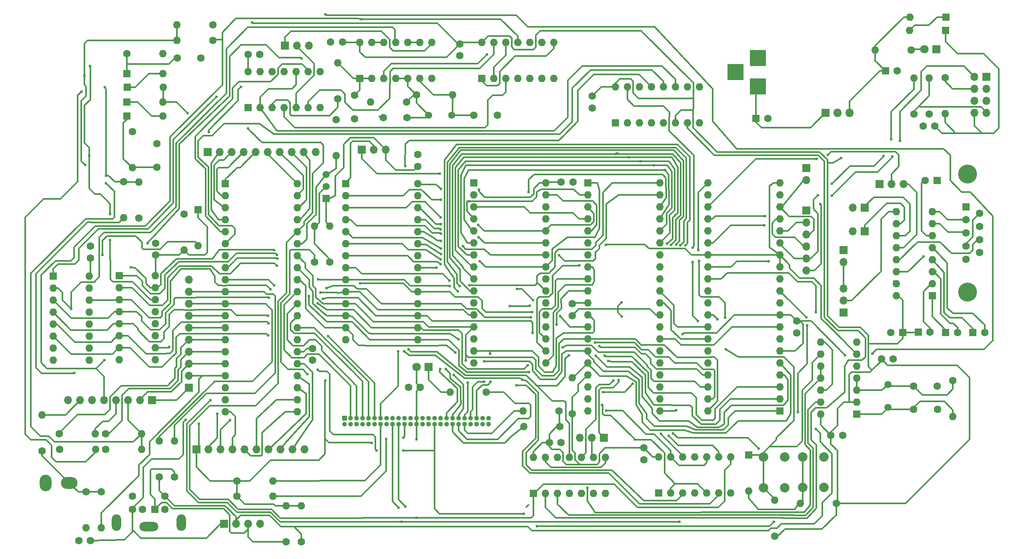
<source format=gbr>
G04 #@! TF.FileFunction,Copper,L2,Bot,Signal*
%FSLAX46Y46*%
G04 Gerber Fmt 4.6, Leading zero omitted, Abs format (unit mm)*
G04 Created by KiCad (PCBNEW 4.0.7) date 08/21/21 23:11:24*
%MOMM*%
%LPD*%
G01*
G04 APERTURE LIST*
%ADD10C,0.100000*%
%ADD11O,2.500000X3.500000*%
%ADD12O,3.500000X2.500000*%
%ADD13O,2.000000X3.500000*%
%ADD14R,1.600000X1.600000*%
%ADD15C,1.600000*%
%ADD16O,4.000000X2.000000*%
%ADD17O,1.600000X1.600000*%
%ADD18C,4.000000*%
%ADD19R,1.800000X1.800000*%
%ADD20C,1.800000*%
%ADD21R,1.700000X1.700000*%
%ADD22O,1.700000X1.700000*%
%ADD23C,2.000000*%
%ADD24O,1.800000X1.800000*%
%ADD25C,1.500000*%
%ADD26R,3.500000X3.500000*%
%ADD27C,1.000000*%
%ADD28R,1.000000X1.000000*%
%ADD29O,1.000000X1.000000*%
%ADD30C,1.520000*%
%ADD31R,1.520000X1.520000*%
%ADD32C,0.600000*%
%ADD33C,0.350000*%
G04 APERTURE END LIST*
D10*
D11*
X23750000Y-125650000D03*
D12*
X28750000Y-125650000D03*
D13*
X38710000Y-134100000D03*
X52410000Y-134100000D03*
D14*
X46860000Y-131250000D03*
D15*
X44260000Y-131250000D03*
X48960000Y-131250000D03*
X42160000Y-131250000D03*
X48960000Y-128450000D03*
X42160000Y-128450000D03*
D16*
X45560000Y-134900000D03*
D15*
X130320000Y-117150000D03*
X132820000Y-117150000D03*
D14*
X179070000Y-110490000D03*
D17*
X163830000Y-62230000D03*
X179070000Y-107950000D03*
X163830000Y-64770000D03*
X179070000Y-105410000D03*
X163830000Y-67310000D03*
X179070000Y-102870000D03*
X163830000Y-69850000D03*
X179070000Y-100330000D03*
X163830000Y-72390000D03*
X179070000Y-97790000D03*
X163830000Y-74930000D03*
X179070000Y-95250000D03*
X163830000Y-77470000D03*
X179070000Y-92710000D03*
X163830000Y-80010000D03*
X179070000Y-90170000D03*
X163830000Y-82550000D03*
X179070000Y-87630000D03*
X163830000Y-85090000D03*
X179070000Y-85090000D03*
X163830000Y-87630000D03*
X179070000Y-82550000D03*
X163830000Y-90170000D03*
X179070000Y-80010000D03*
X163830000Y-92710000D03*
X179070000Y-77470000D03*
X163830000Y-95250000D03*
X179070000Y-74930000D03*
X163830000Y-97790000D03*
X179070000Y-72390000D03*
X163830000Y-100330000D03*
X179070000Y-69850000D03*
X163830000Y-102870000D03*
X179070000Y-67310000D03*
X163830000Y-105410000D03*
X179070000Y-64770000D03*
X163830000Y-107950000D03*
X179070000Y-62230000D03*
X163830000Y-110490000D03*
D14*
X218500000Y-67250000D03*
D15*
X218500000Y-70020000D03*
X218500000Y-72790000D03*
X218500000Y-75560000D03*
X218500000Y-78330000D03*
X221340000Y-68635000D03*
X221340000Y-71405000D03*
X221340000Y-74175000D03*
X221340000Y-76945000D03*
D18*
X218800000Y-85290000D03*
X218800000Y-60290000D03*
D14*
X126940000Y-127910000D03*
D17*
X142180000Y-120290000D03*
X129480000Y-127910000D03*
X139640000Y-120290000D03*
X132020000Y-127910000D03*
X137100000Y-120290000D03*
X134560000Y-127910000D03*
X134560000Y-120290000D03*
X137100000Y-127910000D03*
X132020000Y-120290000D03*
X139640000Y-127910000D03*
X129480000Y-120290000D03*
X142180000Y-127910000D03*
X126940000Y-120290000D03*
D14*
X212344000Y-61722000D03*
D15*
X209844000Y-61722000D03*
D14*
X208400000Y-93800000D03*
D15*
X210900000Y-93800000D03*
D14*
X219920000Y-93860000D03*
D15*
X222420000Y-93860000D03*
D14*
X214170000Y-93820000D03*
D15*
X216670000Y-93820000D03*
X207430000Y-110090000D03*
X212430000Y-110090000D03*
X207370000Y-105200000D03*
X212370000Y-105200000D03*
D14*
X205090000Y-93820000D03*
D15*
X202590000Y-93820000D03*
X89120000Y-43660000D03*
X89120000Y-48660000D03*
D14*
X174070000Y-48540000D03*
D15*
X176570000Y-48540000D03*
D14*
X201450000Y-38500000D03*
D15*
X203950000Y-38500000D03*
X47244000Y-58928000D03*
X47244000Y-53928000D03*
X100220000Y-48420000D03*
X95220000Y-48420000D03*
X114340000Y-47890000D03*
X119340000Y-47890000D03*
X51562000Y-35814000D03*
X56562000Y-35814000D03*
D14*
X172520000Y-119750000D03*
D17*
X172520000Y-127370000D03*
D19*
X212220000Y-33950000D03*
D20*
X209680000Y-33950000D03*
D19*
X104770000Y-101170000D03*
D20*
X102230000Y-101170000D03*
D14*
X40900000Y-45090000D03*
D17*
X48520000Y-45090000D03*
D14*
X40920000Y-48080000D03*
D17*
X48540000Y-48080000D03*
D14*
X40990000Y-41970000D03*
D17*
X48610000Y-41970000D03*
D14*
X40920000Y-39090000D03*
D17*
X48540000Y-39090000D03*
D14*
X138430000Y-62230000D03*
D17*
X153670000Y-110490000D03*
X138430000Y-64770000D03*
X153670000Y-107950000D03*
X138430000Y-67310000D03*
X153670000Y-105410000D03*
X138430000Y-69850000D03*
X153670000Y-102870000D03*
X138430000Y-72390000D03*
X153670000Y-100330000D03*
X138430000Y-74930000D03*
X153670000Y-97790000D03*
X138430000Y-77470000D03*
X153670000Y-95250000D03*
X138430000Y-80010000D03*
X153670000Y-92710000D03*
X138430000Y-82550000D03*
X153670000Y-90170000D03*
X138430000Y-85090000D03*
X153670000Y-87630000D03*
X138430000Y-87630000D03*
X153670000Y-85090000D03*
X138430000Y-90170000D03*
X153670000Y-82550000D03*
X138430000Y-92710000D03*
X153670000Y-80010000D03*
X138430000Y-95250000D03*
X153670000Y-77470000D03*
X138430000Y-97790000D03*
X153670000Y-74930000D03*
X138430000Y-100330000D03*
X153670000Y-72390000D03*
X138430000Y-102870000D03*
X153670000Y-69850000D03*
X138430000Y-105410000D03*
X153670000Y-67310000D03*
X138430000Y-107950000D03*
X153670000Y-64770000D03*
X138430000Y-110490000D03*
X153670000Y-62230000D03*
D21*
X184680000Y-68060000D03*
D22*
X184680000Y-70600000D03*
X184680000Y-73140000D03*
X184680000Y-75680000D03*
X184680000Y-78220000D03*
X184680000Y-80760000D03*
D21*
X46250000Y-108200000D03*
D22*
X43710000Y-108200000D03*
X41170000Y-108200000D03*
X38630000Y-108200000D03*
X36090000Y-108200000D03*
X33550000Y-108200000D03*
X31010000Y-108200000D03*
X28470000Y-108200000D03*
D21*
X184670000Y-59090000D03*
D22*
X184670000Y-61630000D03*
D21*
X74380000Y-33110000D03*
D22*
X76920000Y-33110000D03*
X79460000Y-33110000D03*
D21*
X197100000Y-67400000D03*
D22*
X194560000Y-67400000D03*
D21*
X197100000Y-72400000D03*
D22*
X194560000Y-72400000D03*
D21*
X141880000Y-116120000D03*
D22*
X139340000Y-116120000D03*
X136800000Y-116120000D03*
D15*
X178000000Y-136970000D03*
D17*
X178000000Y-129350000D03*
D15*
X191008000Y-130048000D03*
D17*
X183388000Y-130048000D03*
D15*
X135200000Y-111030000D03*
D17*
X135200000Y-103410000D03*
D15*
X64260000Y-125230000D03*
D17*
X71880000Y-125230000D03*
D15*
X64260000Y-128500000D03*
D17*
X71880000Y-128500000D03*
D15*
X215700000Y-104050000D03*
D17*
X215700000Y-111670000D03*
D15*
X132530000Y-113790000D03*
D17*
X124910000Y-113790000D03*
D15*
X132350000Y-110470000D03*
D17*
X124730000Y-110470000D03*
D15*
X206920000Y-34100000D03*
D17*
X199300000Y-34100000D03*
D15*
X116960000Y-106510000D03*
D17*
X109340000Y-106510000D03*
D15*
X36410000Y-115280000D03*
D17*
X44030000Y-115280000D03*
D15*
X36430000Y-118580000D03*
D17*
X44050000Y-118580000D03*
D15*
X85570000Y-44420000D03*
D17*
X85570000Y-36800000D03*
D15*
X40270000Y-61950000D03*
D17*
X40270000Y-69570000D03*
D15*
X43510000Y-69610000D03*
D17*
X43510000Y-61990000D03*
D15*
X59120000Y-32050000D03*
D17*
X51500000Y-32050000D03*
D15*
X59180000Y-28720000D03*
D17*
X51560000Y-28720000D03*
D15*
X42080000Y-51350000D03*
D17*
X42080000Y-58970000D03*
D15*
X102250000Y-43590000D03*
D17*
X109870000Y-43590000D03*
D15*
X100120000Y-45070000D03*
D17*
X92500000Y-45070000D03*
D15*
X26630000Y-115310000D03*
D17*
X34250000Y-115310000D03*
D15*
X26670000Y-118618000D03*
D17*
X34290000Y-118618000D03*
D15*
X40930000Y-34870000D03*
D17*
X48550000Y-34870000D03*
D23*
X180130000Y-126710000D03*
X175630000Y-126710000D03*
X180130000Y-120210000D03*
X175630000Y-120210000D03*
X188430000Y-126650000D03*
X183930000Y-126650000D03*
X188430000Y-120150000D03*
X183930000Y-120150000D03*
D14*
X114300000Y-62230000D03*
D17*
X129540000Y-100330000D03*
X114300000Y-64770000D03*
X129540000Y-97790000D03*
X114300000Y-67310000D03*
X129540000Y-95250000D03*
X114300000Y-69850000D03*
X129540000Y-92710000D03*
X114300000Y-72390000D03*
X129540000Y-90170000D03*
X114300000Y-74930000D03*
X129540000Y-87630000D03*
X114300000Y-77470000D03*
X129540000Y-85090000D03*
X114300000Y-80010000D03*
X129540000Y-82550000D03*
X114300000Y-82550000D03*
X129540000Y-80010000D03*
X114300000Y-85090000D03*
X129540000Y-77470000D03*
X114300000Y-87630000D03*
X129540000Y-74930000D03*
X114300000Y-90170000D03*
X129540000Y-72390000D03*
X114300000Y-92710000D03*
X129540000Y-69850000D03*
X114300000Y-95250000D03*
X129540000Y-67310000D03*
X114300000Y-97790000D03*
X129540000Y-64770000D03*
X114300000Y-100330000D03*
X129540000Y-62230000D03*
D14*
X87230000Y-62360000D03*
D17*
X102470000Y-95380000D03*
X87230000Y-64900000D03*
X102470000Y-92840000D03*
X87230000Y-67440000D03*
X102470000Y-90300000D03*
X87230000Y-69980000D03*
X102470000Y-87760000D03*
X87230000Y-72520000D03*
X102470000Y-85220000D03*
X87230000Y-75060000D03*
X102470000Y-82680000D03*
X87230000Y-77600000D03*
X102470000Y-80140000D03*
X87230000Y-80140000D03*
X102470000Y-77600000D03*
X87230000Y-82680000D03*
X102470000Y-75060000D03*
X87230000Y-85220000D03*
X102470000Y-72520000D03*
X87230000Y-87760000D03*
X102470000Y-69980000D03*
X87230000Y-90300000D03*
X102470000Y-67440000D03*
X87230000Y-92840000D03*
X102470000Y-64900000D03*
X87230000Y-95380000D03*
X102470000Y-62360000D03*
D19*
X188790000Y-47400000D03*
D24*
X191330000Y-47400000D03*
X193870000Y-47400000D03*
D14*
X195330000Y-111130000D03*
D17*
X187710000Y-95890000D03*
X195330000Y-108590000D03*
X187710000Y-98430000D03*
X195330000Y-106050000D03*
X187710000Y-100970000D03*
X195330000Y-103510000D03*
X187710000Y-103510000D03*
X195330000Y-100970000D03*
X187710000Y-106050000D03*
X195330000Y-98430000D03*
X187710000Y-108590000D03*
X195330000Y-95890000D03*
X187710000Y-111130000D03*
D14*
X153470000Y-127790000D03*
D17*
X168710000Y-120170000D03*
X156010000Y-127790000D03*
X166170000Y-120170000D03*
X158550000Y-127790000D03*
X163630000Y-120170000D03*
X161090000Y-127790000D03*
X161090000Y-120170000D03*
X163630000Y-127790000D03*
X158550000Y-120170000D03*
X166170000Y-127790000D03*
X156010000Y-120170000D03*
X168710000Y-127790000D03*
X153470000Y-120170000D03*
D14*
X61790000Y-62320000D03*
D17*
X77030000Y-110580000D03*
X61790000Y-64860000D03*
X77030000Y-108040000D03*
X61790000Y-67400000D03*
X77030000Y-105500000D03*
X61790000Y-69940000D03*
X77030000Y-102960000D03*
X61790000Y-72480000D03*
X77030000Y-100420000D03*
X61790000Y-75020000D03*
X77030000Y-97880000D03*
X61790000Y-77560000D03*
X77030000Y-95340000D03*
X61790000Y-80100000D03*
X77030000Y-92800000D03*
X61790000Y-82640000D03*
X77030000Y-90260000D03*
X61790000Y-85180000D03*
X77030000Y-87720000D03*
X61790000Y-87720000D03*
X77030000Y-85180000D03*
X61790000Y-90260000D03*
X77030000Y-82640000D03*
X61790000Y-92800000D03*
X77030000Y-80100000D03*
X61790000Y-95340000D03*
X77030000Y-77560000D03*
X61790000Y-97880000D03*
X77030000Y-75020000D03*
X61790000Y-100420000D03*
X77030000Y-72480000D03*
X61790000Y-102960000D03*
X77030000Y-69940000D03*
X61790000Y-105500000D03*
X77030000Y-67400000D03*
X61790000Y-108040000D03*
X77030000Y-64860000D03*
X61790000Y-110580000D03*
X77030000Y-62320000D03*
D14*
X66610000Y-46270000D03*
D17*
X81850000Y-38650000D03*
X69150000Y-46270000D03*
X79310000Y-38650000D03*
X71690000Y-46270000D03*
X76770000Y-38650000D03*
X74230000Y-46270000D03*
X74230000Y-38650000D03*
X76770000Y-46270000D03*
X71690000Y-38650000D03*
X79310000Y-46270000D03*
X69150000Y-38650000D03*
X81850000Y-46270000D03*
X66610000Y-38650000D03*
D14*
X90250000Y-40070000D03*
D17*
X105490000Y-32450000D03*
X92790000Y-40070000D03*
X102950000Y-32450000D03*
X95330000Y-40070000D03*
X100410000Y-32450000D03*
X97870000Y-40070000D03*
X97870000Y-32450000D03*
X100410000Y-40070000D03*
X95330000Y-32450000D03*
X102950000Y-40070000D03*
X92790000Y-32450000D03*
X105490000Y-40070000D03*
X90250000Y-32450000D03*
D14*
X39290000Y-81810000D03*
D17*
X46910000Y-99590000D03*
X39290000Y-84350000D03*
X46910000Y-97050000D03*
X39290000Y-86890000D03*
X46910000Y-94510000D03*
X39290000Y-89430000D03*
X46910000Y-91970000D03*
X39290000Y-91970000D03*
X46910000Y-89430000D03*
X39290000Y-94510000D03*
X46910000Y-86890000D03*
X39290000Y-97050000D03*
X46910000Y-84350000D03*
X39290000Y-99590000D03*
X46910000Y-81810000D03*
D25*
X201930000Y-109730000D03*
X201930000Y-104850000D03*
X104810000Y-47850000D03*
X109690000Y-47850000D03*
D26*
X174420000Y-41780000D03*
X174420000Y-35780000D03*
X169720000Y-38780000D03*
D14*
X144280000Y-49490000D03*
D17*
X162060000Y-41870000D03*
X146820000Y-49490000D03*
X159520000Y-41870000D03*
X149360000Y-49490000D03*
X156980000Y-41870000D03*
X151900000Y-49490000D03*
X154440000Y-41870000D03*
X154440000Y-49490000D03*
X151900000Y-41870000D03*
X156980000Y-49490000D03*
X149360000Y-41870000D03*
X159520000Y-49490000D03*
X146820000Y-41870000D03*
X162060000Y-49490000D03*
X144280000Y-41870000D03*
D14*
X25380000Y-81880000D03*
D17*
X33000000Y-99660000D03*
X25380000Y-84420000D03*
X33000000Y-97120000D03*
X25380000Y-86960000D03*
X33000000Y-94580000D03*
X25380000Y-89500000D03*
X33000000Y-92040000D03*
X25380000Y-92040000D03*
X33000000Y-89500000D03*
X25380000Y-94580000D03*
X33000000Y-86960000D03*
X25380000Y-97120000D03*
X33000000Y-84420000D03*
X25380000Y-99660000D03*
X33000000Y-81880000D03*
D15*
X189880000Y-115620000D03*
X192380000Y-115620000D03*
X200600000Y-99480000D03*
X203100000Y-99480000D03*
X150290000Y-118270000D03*
X150290000Y-120770000D03*
X102490000Y-58710000D03*
X102490000Y-56210000D03*
X132810000Y-62060000D03*
X135310000Y-62060000D03*
X135150000Y-87770000D03*
X135150000Y-90270000D03*
D14*
X211328000Y-86106000D03*
D17*
X203708000Y-68326000D03*
X211328000Y-83566000D03*
X203708000Y-70866000D03*
X211328000Y-81026000D03*
X203708000Y-73406000D03*
X211328000Y-78486000D03*
X203708000Y-75946000D03*
X211328000Y-75946000D03*
X203708000Y-78486000D03*
X211328000Y-73406000D03*
X203708000Y-81026000D03*
X211328000Y-70866000D03*
X203708000Y-83566000D03*
X211328000Y-68326000D03*
X203708000Y-86106000D03*
D15*
X182626000Y-91440000D03*
X182626000Y-93940000D03*
X80240000Y-97230000D03*
X80240000Y-99730000D03*
X139390000Y-43840000D03*
X139390000Y-46340000D03*
X103020000Y-105420000D03*
X100520000Y-105420000D03*
D27*
X86980000Y-113270000D03*
D28*
X86980000Y-112000000D03*
D29*
X88250000Y-113270000D03*
X88250000Y-112000000D03*
X89520000Y-113270000D03*
X89520000Y-112000000D03*
X90790000Y-113270000D03*
X90790000Y-112000000D03*
X92060000Y-113270000D03*
X92060000Y-112000000D03*
X93330000Y-113270000D03*
X93330000Y-112000000D03*
X94600000Y-113270000D03*
X94600000Y-112000000D03*
X95870000Y-113270000D03*
X95870000Y-112000000D03*
X97140000Y-113270000D03*
X97140000Y-112000000D03*
X98410000Y-113270000D03*
X98410000Y-112000000D03*
X99680000Y-113270000D03*
X99680000Y-112000000D03*
X100950000Y-113270000D03*
X100950000Y-112000000D03*
X102220000Y-113270000D03*
X102220000Y-112000000D03*
X103490000Y-113270000D03*
X103490000Y-112000000D03*
X104760000Y-113270000D03*
X104760000Y-112000000D03*
X106030000Y-113270000D03*
X106030000Y-112000000D03*
X107300000Y-113270000D03*
X107300000Y-112000000D03*
X108570000Y-113270000D03*
X108570000Y-112000000D03*
X109840000Y-113270000D03*
X109840000Y-112000000D03*
X111110000Y-113270000D03*
X111110000Y-112000000D03*
X112380000Y-113270000D03*
X112380000Y-112000000D03*
X113650000Y-113270000D03*
X113650000Y-112000000D03*
X114920000Y-113270000D03*
X114920000Y-112000000D03*
X116190000Y-113270000D03*
X116190000Y-112000000D03*
X117460000Y-113270000D03*
X117460000Y-112000000D03*
D15*
X66550000Y-34980000D03*
X69050000Y-34980000D03*
X86560000Y-32410000D03*
X84060000Y-32410000D03*
X47000000Y-77450000D03*
X47000000Y-74950000D03*
X33240000Y-78110000D03*
X33240000Y-75610000D03*
X111390000Y-32800000D03*
X111390000Y-35300000D03*
D14*
X116010000Y-40090000D03*
D17*
X131250000Y-32470000D03*
X118550000Y-40090000D03*
X128710000Y-32470000D03*
X121090000Y-40090000D03*
X126170000Y-32470000D03*
X123630000Y-40090000D03*
X123630000Y-32470000D03*
X126170000Y-40090000D03*
X121090000Y-32470000D03*
X128710000Y-40090000D03*
X118550000Y-32470000D03*
X131250000Y-40090000D03*
X116010000Y-32470000D03*
D21*
X58000000Y-55680000D03*
D22*
X60540000Y-55680000D03*
X63080000Y-55680000D03*
X65620000Y-55680000D03*
X68160000Y-55680000D03*
X70700000Y-55680000D03*
X73240000Y-55680000D03*
X75780000Y-55680000D03*
X78320000Y-55680000D03*
X80860000Y-55680000D03*
D21*
X55626000Y-118618000D03*
D22*
X58166000Y-118618000D03*
X60706000Y-118618000D03*
X63246000Y-118618000D03*
X65786000Y-118618000D03*
X68326000Y-118618000D03*
X70866000Y-118618000D03*
X73406000Y-118618000D03*
X75946000Y-118618000D03*
X78486000Y-118618000D03*
D21*
X54030000Y-105580000D03*
D22*
X54030000Y-103040000D03*
X54030000Y-100500000D03*
X54030000Y-97960000D03*
X54030000Y-95420000D03*
X54030000Y-92880000D03*
X54030000Y-90340000D03*
X54030000Y-87800000D03*
X54030000Y-85260000D03*
X54030000Y-82720000D03*
D21*
X61468000Y-134366000D03*
D22*
X64008000Y-134366000D03*
X66548000Y-134366000D03*
X69088000Y-134366000D03*
D15*
X33240000Y-137910000D03*
X30740000Y-137910000D03*
X74620000Y-138160000D03*
D17*
X74620000Y-130540000D03*
D15*
X77890000Y-138140000D03*
D17*
X77890000Y-130520000D03*
D15*
X47820000Y-124430000D03*
D17*
X47820000Y-116810000D03*
D15*
X51050000Y-124430000D03*
D17*
X51050000Y-116810000D03*
D21*
X90610000Y-55150000D03*
D22*
X93150000Y-55150000D03*
X95690000Y-55150000D03*
D15*
X32330000Y-127570000D03*
D17*
X32330000Y-135190000D03*
D15*
X35540000Y-127570000D03*
D17*
X35540000Y-135190000D03*
D15*
X23020000Y-118880000D03*
D17*
X23020000Y-111260000D03*
D15*
X211910000Y-50180000D03*
X209410000Y-50180000D03*
D14*
X214240000Y-27130000D03*
D17*
X206620000Y-27130000D03*
D14*
X214170000Y-29950000D03*
D17*
X206550000Y-29950000D03*
D15*
X207450000Y-47670000D03*
D17*
X207450000Y-40050000D03*
D15*
X210720000Y-47640000D03*
D17*
X210720000Y-40020000D03*
D21*
X222800000Y-39740000D03*
D22*
X220260000Y-39740000D03*
X222800000Y-42280000D03*
X220260000Y-42280000D03*
X222800000Y-44820000D03*
X220260000Y-44820000D03*
X222800000Y-47360000D03*
X220260000Y-47360000D03*
D15*
X85190000Y-48810000D03*
D17*
X85190000Y-56430000D03*
D30*
X83058000Y-62992000D03*
X83058000Y-60452000D03*
D31*
X83058000Y-65532000D03*
D15*
X83900000Y-78940000D03*
D17*
X83900000Y-71320000D03*
D15*
X80660000Y-78940000D03*
D17*
X80660000Y-71320000D03*
D15*
X214050000Y-39950000D03*
D17*
X214050000Y-47570000D03*
D14*
X56020000Y-67890000D03*
D17*
X56020000Y-75510000D03*
D15*
X53030000Y-68820000D03*
D17*
X53030000Y-76440000D03*
D21*
X192532000Y-76454000D03*
D22*
X192532000Y-78994000D03*
D21*
X192532000Y-89662000D03*
D22*
X192532000Y-87122000D03*
X192532000Y-84582000D03*
D21*
X200152000Y-62484000D03*
D22*
X202692000Y-62484000D03*
X205232000Y-62484000D03*
D32*
X145570000Y-87540000D03*
X145680000Y-90470000D03*
X121920000Y-88310000D03*
X126230000Y-88150000D03*
X123460000Y-84650000D03*
X126880000Y-86990000D03*
X53360000Y-112350000D03*
X67420000Y-28270000D03*
X192890000Y-98650000D03*
X192030000Y-56970000D03*
X82940000Y-104050000D03*
X92780000Y-117190000D03*
X56160000Y-113160000D03*
X102230000Y-116460000D03*
X49910000Y-96940000D03*
X53840000Y-47500000D03*
X58260000Y-51440000D03*
X65090000Y-41880000D03*
X158560000Y-94160000D03*
X141660000Y-106510000D03*
X147950000Y-104730000D03*
X115410000Y-63670000D03*
X107370000Y-63490000D03*
X35800000Y-77440000D03*
X177810000Y-133880000D03*
X79100000Y-102650000D03*
X81310000Y-101730000D03*
X93800000Y-118830000D03*
X99440000Y-118800000D03*
X162010000Y-78700000D03*
X161870000Y-76420000D03*
X167500000Y-90750000D03*
X167640000Y-97450000D03*
X127690000Y-134870000D03*
X124950000Y-132180000D03*
X156520000Y-115170000D03*
X174640000Y-118450000D03*
X116550000Y-104240000D03*
X72700000Y-77400000D03*
X111110000Y-95280000D03*
X116540000Y-99960000D03*
X71340000Y-84710000D03*
X79460000Y-86190000D03*
X142810000Y-99840000D03*
X126010000Y-102200000D03*
X70840000Y-90260000D03*
X82420000Y-86780000D03*
X142040000Y-98740000D03*
X126820000Y-93910000D03*
X70840000Y-94410000D03*
X83490000Y-94650000D03*
X90270000Y-83420000D03*
X140180000Y-98790000D03*
X126720000Y-89510000D03*
X132660000Y-90410000D03*
X175940000Y-69240000D03*
X175830000Y-71160000D03*
X198683489Y-98331836D03*
X82910000Y-26580000D03*
X142250000Y-75350000D03*
X176720000Y-78820000D03*
X187700000Y-66660000D03*
X190080000Y-64930000D03*
X202930000Y-56610000D03*
X204480000Y-53300000D03*
X153960000Y-115300000D03*
X165930000Y-91070000D03*
X157200000Y-110320000D03*
X108400000Y-101560000D03*
X72750000Y-78230000D03*
X81440000Y-82560000D03*
X109300000Y-84020000D03*
X111340000Y-84030000D03*
X158030000Y-75430000D03*
X110120000Y-102840000D03*
X72100000Y-83850000D03*
X81880000Y-85420000D03*
X110960000Y-85120000D03*
X159090000Y-75420000D03*
X202650000Y-52920000D03*
X201080000Y-56490000D03*
X190120000Y-62370000D03*
X187140000Y-64790000D03*
X161740000Y-91390000D03*
X160680000Y-78930000D03*
X160660000Y-75890000D03*
X142350000Y-110350000D03*
X70940000Y-91940000D03*
X83170000Y-84470000D03*
X140900000Y-96760000D03*
X126460000Y-90620000D03*
X131900000Y-92180000D03*
X71030000Y-86450000D03*
X81310000Y-87690000D03*
X133170000Y-96970000D03*
X125790000Y-100800000D03*
X136670000Y-79650000D03*
X117810000Y-98360000D03*
X117920000Y-104310000D03*
X72700000Y-79720000D03*
X140000000Y-95990000D03*
X110470000Y-98050000D03*
X113060000Y-104400000D03*
X112620000Y-99780000D03*
X41760000Y-80090000D03*
X72080000Y-76390000D03*
X115580000Y-78770000D03*
X107400000Y-77240000D03*
X113450000Y-66080000D03*
X107410000Y-65780000D03*
X155540000Y-115700000D03*
X107370000Y-70880000D03*
X115300000Y-71120000D03*
X107150000Y-60270000D03*
X144960000Y-103920000D03*
X143930000Y-103980000D03*
X107210000Y-101530000D03*
X109160000Y-82890000D03*
X157150000Y-75270000D03*
X144370000Y-56060000D03*
X107350000Y-79400000D03*
X156100000Y-75300000D03*
X147230000Y-56750000D03*
X107350000Y-78390000D03*
X155200000Y-75060000D03*
X149640000Y-57590000D03*
X107410000Y-76100000D03*
X107410000Y-72970000D03*
X152400000Y-58440000D03*
X154840000Y-59510000D03*
X107350000Y-69460000D03*
X125960000Y-64150000D03*
X107300000Y-72020000D03*
X115330000Y-73670000D03*
X141480000Y-109160000D03*
X107390000Y-74490000D03*
X112060000Y-75590000D03*
X132360000Y-77500000D03*
X113370000Y-83860000D03*
X106440000Y-80100000D03*
X209510000Y-77740000D03*
X99830000Y-58670000D03*
X98300000Y-97800000D03*
X58600000Y-108190000D03*
X98450000Y-130910000D03*
X99060000Y-133880000D03*
X157890000Y-133920000D03*
X66630000Y-50660000D03*
X99900000Y-130680000D03*
X102230000Y-133080000D03*
X99460000Y-116110000D03*
X95810000Y-116360000D03*
X60080000Y-111060000D03*
X62750000Y-112360000D03*
X90580000Y-27530000D03*
X36210000Y-99690000D03*
X37420000Y-74300000D03*
X37410000Y-68790000D03*
X33120000Y-37430000D03*
X32940000Y-56440000D03*
X29810000Y-102400000D03*
X31360000Y-42850000D03*
X59930000Y-43960000D03*
X36270000Y-41980000D03*
X36490000Y-60660000D03*
X32130000Y-58410000D03*
X31950000Y-39520000D03*
X36540000Y-62260000D03*
X124560000Y-103810000D03*
X99630000Y-97820000D03*
X123410000Y-104990000D03*
X134490000Y-98720000D03*
X100570000Y-97430000D03*
X138360000Y-126730000D03*
X77900000Y-35820000D03*
X45350000Y-74940000D03*
X29170000Y-88880000D03*
X117100000Y-35030000D03*
X186720000Y-89530000D03*
X184660000Y-90610000D03*
X184910000Y-92370000D03*
X182950000Y-110670000D03*
X186700000Y-114300000D03*
X186920000Y-57150000D03*
X189280000Y-56270000D03*
D33*
X125910000Y-130310000D02*
X125460000Y-130760000D01*
X144840000Y-88990000D02*
X144840000Y-88270000D01*
X144840000Y-88270000D02*
X145570000Y-87540000D01*
X144840000Y-88900000D02*
X144840000Y-88990000D01*
X144840000Y-88990000D02*
X144840000Y-89630000D01*
X144840000Y-89630000D02*
X145680000Y-90470000D01*
X126070000Y-88310000D02*
X121920000Y-88310000D01*
X126230000Y-88150000D02*
X126070000Y-88310000D01*
X124540000Y-84650000D02*
X123460000Y-84650000D01*
X126880000Y-86990000D02*
X124540000Y-84650000D01*
X94550000Y-48280000D02*
X94380000Y-48110000D01*
X153670000Y-90170000D02*
X152870000Y-90170000D01*
X152870000Y-90170000D02*
X151600000Y-88900000D01*
X151600000Y-88900000D02*
X144840000Y-88900000D01*
X144840000Y-88900000D02*
X136520000Y-88900000D01*
X136520000Y-88900000D02*
X135150000Y-90270000D01*
X39510000Y-134900000D02*
X38710000Y-134100000D01*
X52410000Y-134100000D02*
X51670000Y-134100000D01*
X203280000Y-83000000D02*
X203120000Y-83000000D01*
X203280000Y-83000000D02*
X203280000Y-83380000D01*
X69160000Y-134240000D02*
X69160000Y-134300000D01*
X209844000Y-61722000D02*
X209296000Y-61722000D01*
X209296000Y-61722000D02*
X209042000Y-62484000D01*
X209042000Y-62484000D02*
X209042000Y-72390000D01*
X209042000Y-72390000D02*
X210058000Y-73406000D01*
X210058000Y-73406000D02*
X211328000Y-73406000D01*
X210820000Y-73406000D02*
X211328000Y-73406000D01*
X46250000Y-108200000D02*
X51410000Y-108200000D01*
X51410000Y-108200000D02*
X54030000Y-105580000D01*
X42160000Y-131250000D02*
X42160000Y-131040000D01*
X42160000Y-131040000D02*
X44420000Y-128780000D01*
X52880000Y-112830000D02*
X53360000Y-112350000D01*
X52880000Y-119670000D02*
X52880000Y-112830000D01*
X51930000Y-120620000D02*
X52880000Y-119670000D01*
X46180000Y-120620000D02*
X51930000Y-120620000D01*
X44420000Y-122380000D02*
X46180000Y-120620000D01*
X44420000Y-128780000D02*
X44420000Y-122380000D01*
X64260000Y-125230000D02*
X58540000Y-125230000D01*
X55626000Y-122316000D02*
X55626000Y-118618000D01*
X58540000Y-125230000D02*
X55626000Y-122316000D01*
X64260000Y-125230000D02*
X66920000Y-125230000D01*
X66920000Y-125230000D02*
X71311064Y-120838936D01*
X74620000Y-130540000D02*
X72356000Y-130556000D01*
X65930000Y-130170000D02*
X64260000Y-128500000D01*
X71970000Y-130170000D02*
X65930000Y-130170000D01*
X72356000Y-130556000D02*
X71970000Y-130170000D01*
X61468000Y-134366000D02*
X60764000Y-134366000D01*
X60764000Y-134366000D02*
X57780000Y-137350000D01*
X57780000Y-137350000D02*
X43940000Y-137350000D01*
X43940000Y-137350000D02*
X42160000Y-135570000D01*
X77890000Y-130520000D02*
X74620000Y-130540000D01*
X64260000Y-128500000D02*
X64260000Y-125230000D01*
X82870000Y-119550000D02*
X81581064Y-120838936D01*
X82870000Y-116570000D02*
X82870000Y-119550000D01*
X81581064Y-120838936D02*
X71311064Y-120838936D01*
X111390000Y-32800000D02*
X111010000Y-32800000D01*
X111010000Y-32800000D02*
X106620000Y-28410000D01*
X67560000Y-28410000D02*
X67420000Y-28270000D01*
X106620000Y-28410000D02*
X67560000Y-28410000D01*
X90250000Y-32450000D02*
X90250000Y-34510000D01*
X108570000Y-35620000D02*
X111390000Y-32800000D01*
X91360000Y-35620000D02*
X108570000Y-35620000D01*
X90250000Y-34510000D02*
X91360000Y-35620000D01*
X192890000Y-98650000D02*
X192895000Y-98645000D01*
X192895000Y-98645000D02*
X193010000Y-98760000D01*
X197850000Y-99800000D02*
X197850000Y-101060000D01*
X197850000Y-101060000D02*
X198620000Y-101830000D01*
X200600000Y-99480000D02*
X200600000Y-99850000D01*
X200600000Y-99850000D02*
X199385000Y-101065000D01*
X199385000Y-101065000D02*
X198620000Y-101830000D01*
X198620000Y-101830000D02*
X198200000Y-102250000D01*
X193780000Y-108390000D02*
X193980000Y-108590000D01*
X193780000Y-102770000D02*
X193780000Y-108390000D01*
X194300000Y-102250000D02*
X193780000Y-102770000D01*
X198200000Y-102250000D02*
X194300000Y-102250000D01*
X191008000Y-130048000D02*
X205672000Y-130048000D01*
X201890000Y-100770000D02*
X200600000Y-99480000D01*
X216600000Y-100770000D02*
X201890000Y-100770000D01*
X219270000Y-103440000D02*
X216600000Y-100770000D01*
X219270000Y-116450000D02*
X219270000Y-103440000D01*
X205672000Y-130048000D02*
X219270000Y-116450000D01*
X183330000Y-91440000D02*
X183980000Y-92090000D01*
X183980000Y-92090000D02*
X183980000Y-96100000D01*
X183980000Y-96100000D02*
X182290000Y-97790000D01*
X182290000Y-97790000D02*
X179070000Y-97790000D01*
X179070000Y-90170000D02*
X181356000Y-90170000D01*
X181356000Y-90170000D02*
X182626000Y-91440000D01*
X178000000Y-136970000D02*
X178610000Y-136970000D01*
X178610000Y-136970000D02*
X180170000Y-135410000D01*
X191008000Y-132422000D02*
X191008000Y-130048000D01*
X188020000Y-135410000D02*
X191008000Y-132422000D01*
X180170000Y-135410000D02*
X188020000Y-135410000D01*
X190360000Y-57930000D02*
X189200000Y-57930000D01*
X192030000Y-56970000D02*
X190360000Y-57930000D01*
X189200000Y-58180000D02*
X189200000Y-57930000D01*
X189200000Y-57930000D02*
X189200000Y-57300000D01*
X189200000Y-57300000D02*
X187530000Y-55630000D01*
X178000000Y-136970000D02*
X178000000Y-136790000D01*
X191262000Y-129794000D02*
X191008000Y-130048000D01*
X191262000Y-118872000D02*
X191262000Y-129794000D01*
X189880000Y-117490000D02*
X191262000Y-118872000D01*
X189880000Y-115620000D02*
X189880000Y-117490000D01*
X182626000Y-91440000D02*
X183330000Y-91440000D01*
X182626000Y-91440000D02*
X185690000Y-91440000D01*
X185690000Y-91440000D02*
X193010000Y-98760000D01*
X160750000Y-50540000D02*
X160750000Y-46590000D01*
X187530000Y-55630000D02*
X165850000Y-55630000D01*
X165850000Y-55630000D02*
X160750000Y-50540000D01*
X160750000Y-46590000D02*
X160800000Y-46540000D01*
X160800000Y-44030000D02*
X160800000Y-46540000D01*
X160800000Y-46540000D02*
X160540000Y-46800000D01*
X197850000Y-96960000D02*
X197850000Y-94490000D01*
X189200000Y-90260000D02*
X189200000Y-58180000D01*
X191680000Y-92740000D02*
X189200000Y-90260000D01*
X196100000Y-92740000D02*
X191680000Y-92740000D01*
X197850000Y-94490000D02*
X196100000Y-92740000D01*
X187710000Y-111130000D02*
X187710000Y-113450000D01*
X187710000Y-113450000D02*
X189880000Y-115620000D01*
X189880000Y-115620000D02*
X189880000Y-114920000D01*
X189880000Y-114920000D02*
X191262000Y-113538000D01*
X192654000Y-108590000D02*
X193980000Y-108590000D01*
X193980000Y-108590000D02*
X195330000Y-108590000D01*
X191262000Y-109982000D02*
X192654000Y-108590000D01*
X191262000Y-113538000D02*
X191262000Y-109982000D01*
X205090000Y-93820000D02*
X205090000Y-95138000D01*
X197850000Y-96550000D02*
X197850000Y-96266000D01*
X205090000Y-95138000D02*
X203962000Y-96266000D01*
X203962000Y-96266000D02*
X197850000Y-96266000D01*
X205090000Y-93820000D02*
X208380000Y-93820000D01*
X208380000Y-93820000D02*
X208400000Y-93800000D01*
X203708000Y-86106000D02*
X204166000Y-86106000D01*
X204166000Y-86106000D02*
X205090000Y-87030000D01*
X205090000Y-87030000D02*
X205090000Y-93820000D01*
X197850000Y-99830000D02*
X197850000Y-99800000D01*
X197850000Y-99800000D02*
X197850000Y-96960000D01*
X197850000Y-96960000D02*
X197850000Y-96550000D01*
X35800000Y-77440000D02*
X35800000Y-74390000D01*
X55970000Y-75190000D02*
X56020000Y-75510000D01*
X55430000Y-74650000D02*
X55970000Y-75190000D01*
X49590000Y-74650000D02*
X55430000Y-74650000D01*
X47990000Y-76250000D02*
X49590000Y-74650000D01*
X44420000Y-76250000D02*
X47990000Y-76250000D01*
X44150000Y-75980000D02*
X44420000Y-76250000D01*
X44150000Y-74750000D02*
X44150000Y-75980000D01*
X42810000Y-73410000D02*
X44150000Y-74750000D01*
X36780000Y-73410000D02*
X42810000Y-73410000D01*
X35800000Y-74390000D02*
X36780000Y-73410000D01*
X199300000Y-34100000D02*
X199300000Y-36350000D01*
X199300000Y-36350000D02*
X201450000Y-38500000D01*
X193870000Y-47400000D02*
X193870000Y-44900000D01*
X193870000Y-44900000D02*
X200270000Y-38500000D01*
X200270000Y-38500000D02*
X201450000Y-38500000D01*
X199300000Y-34100000D02*
X199300000Y-33190000D01*
X205360000Y-27130000D02*
X206620000Y-27130000D01*
X199300000Y-33190000D02*
X205360000Y-27130000D01*
X83058000Y-65532000D02*
X83058000Y-70478000D01*
X83058000Y-70478000D02*
X83900000Y-71320000D01*
X83058000Y-65532000D02*
X83778000Y-65532000D01*
X83778000Y-65532000D02*
X85060000Y-64860000D01*
X93150000Y-52610000D02*
X95690000Y-55150000D01*
X88210000Y-52610000D02*
X93150000Y-52610000D01*
X86790000Y-54030000D02*
X88210000Y-52610000D01*
X86790000Y-59010000D02*
X86790000Y-54030000D01*
X85060000Y-60740000D02*
X86790000Y-59010000D01*
X85060000Y-64860000D02*
X85060000Y-60740000D01*
X83600000Y-71020000D02*
X83900000Y-71320000D01*
X82870000Y-116570000D02*
X82870000Y-104120000D01*
X82870000Y-104120000D02*
X82940000Y-104050000D01*
X82870000Y-116310000D02*
X82870000Y-116570000D01*
X92780000Y-117190000D02*
X92760000Y-117170000D01*
X92760000Y-117170000D02*
X83730000Y-117170000D01*
X83730000Y-117170000D02*
X82870000Y-116310000D01*
X83058000Y-65532000D02*
X83138000Y-65532000D01*
X56160000Y-113160000D02*
X56160000Y-118084000D01*
X56160000Y-118084000D02*
X55626000Y-118618000D01*
X132530000Y-113790000D02*
X131870000Y-113790000D01*
X131870000Y-113790000D02*
X130320000Y-115340000D01*
X130320000Y-115340000D02*
X130320000Y-117150000D01*
X132530000Y-113790000D02*
X132370000Y-110490000D01*
X132370000Y-110490000D02*
X132350000Y-110470000D01*
X130320000Y-117150000D02*
X130320000Y-117990000D01*
X133910000Y-121780000D02*
X133250000Y-121120000D01*
X133250000Y-121120000D02*
X133250000Y-119240000D01*
X133250000Y-119240000D02*
X132570000Y-118560000D01*
X133910000Y-121780000D02*
X136790000Y-121780000D01*
X130890000Y-118560000D02*
X132570000Y-118560000D01*
X130320000Y-117990000D02*
X130890000Y-118560000D01*
X126940000Y-120290000D02*
X126940000Y-119070000D01*
X128860000Y-117150000D02*
X130320000Y-117150000D01*
X126940000Y-119070000D02*
X128860000Y-117150000D01*
X132530000Y-113790000D02*
X132530000Y-113910000D01*
X135200000Y-111030000D02*
X135200000Y-118740000D01*
X135200000Y-118740000D02*
X135800000Y-119340000D01*
X135800000Y-119340000D02*
X135800000Y-120790000D01*
X135800000Y-120790000D02*
X136790000Y-121780000D01*
X142130000Y-118270000D02*
X150290000Y-118270000D01*
X136790000Y-121780000D02*
X140430000Y-121780000D01*
X140430000Y-121780000D02*
X140900000Y-121310000D01*
X140900000Y-121310000D02*
X140900000Y-119500000D01*
X140900000Y-119500000D02*
X142130000Y-118270000D01*
X56100000Y-113220000D02*
X56160000Y-113160000D01*
X64282000Y-125252000D02*
X64260000Y-125230000D01*
X33240000Y-137910000D02*
X40410000Y-137730000D01*
X42160000Y-135980000D02*
X42160000Y-135570000D01*
X42160000Y-135570000D02*
X42160000Y-131250000D01*
X40410000Y-137730000D02*
X42160000Y-135980000D01*
X95690000Y-55150000D02*
X95690000Y-57340000D01*
X101700000Y-59500000D02*
X102490000Y-58710000D01*
X97850000Y-59500000D02*
X101700000Y-59500000D01*
X95690000Y-57340000D02*
X97850000Y-59500000D01*
X102230000Y-101170000D02*
X102230000Y-104630000D01*
X102230000Y-104630000D02*
X103020000Y-105420000D01*
X42160000Y-131250000D02*
X41950000Y-131250000D01*
X132590000Y-113730000D02*
X132530000Y-113790000D01*
X127070000Y-120160000D02*
X126940000Y-120290000D01*
X132500000Y-113760000D02*
X132530000Y-113790000D01*
X102220000Y-113270000D02*
X102220000Y-116450000D01*
X102220000Y-116450000D02*
X102230000Y-116460000D01*
X102220000Y-112000000D02*
X102220000Y-113270000D01*
X102220000Y-112000000D02*
X102220000Y-106220000D01*
X102220000Y-106220000D02*
X103020000Y-105420000D01*
X46910000Y-97050000D02*
X49800000Y-97050000D01*
X49800000Y-97050000D02*
X49910000Y-96940000D01*
X51430000Y-45090000D02*
X48520000Y-45090000D01*
X53840000Y-47500000D02*
X51430000Y-45090000D01*
X48610000Y-41970000D02*
X48610000Y-45000000D01*
X48610000Y-45000000D02*
X48520000Y-45090000D01*
X58260000Y-50980000D02*
X58260000Y-51440000D01*
X64500000Y-44740000D02*
X58260000Y-50980000D01*
X64500000Y-42470000D02*
X64500000Y-44740000D01*
X65090000Y-41880000D02*
X64500000Y-42470000D01*
X144280000Y-41870000D02*
X144280000Y-41140000D01*
X144280000Y-41140000D02*
X145220000Y-40200000D01*
X149250000Y-44340000D02*
X160800000Y-44340000D01*
X148080000Y-43180000D02*
X149250000Y-44340000D01*
X148080000Y-40720000D02*
X148080000Y-43180000D01*
X147570000Y-40200000D02*
X148080000Y-40720000D01*
X145220000Y-40200000D02*
X147570000Y-40200000D01*
X156980000Y-49490000D02*
X156980000Y-47990000D01*
X156980000Y-47990000D02*
X158170000Y-46800000D01*
X158170000Y-46800000D02*
X160540000Y-46800000D01*
X160540000Y-46800000D02*
X160740000Y-46800000D01*
X119440000Y-31100000D02*
X121880000Y-31100000D01*
X122370000Y-33440000D02*
X122860000Y-33980000D01*
X122370000Y-31540000D02*
X122370000Y-33440000D01*
X121880000Y-31100000D02*
X122370000Y-31540000D01*
X130340000Y-30020000D02*
X128430000Y-30020000D01*
X160800000Y-41030000D02*
X149730000Y-30020000D01*
X149730000Y-30020000D02*
X130340000Y-30020000D01*
X160800000Y-44340000D02*
X160800000Y-44030000D01*
X160800000Y-44030000D02*
X160800000Y-41030000D01*
X128430000Y-30020000D02*
X127430000Y-30980000D01*
X127430000Y-30980000D02*
X127430000Y-33490000D01*
X127430000Y-33490000D02*
X126980000Y-33980000D01*
X126980000Y-33980000D02*
X122860000Y-33980000D01*
X119440000Y-31100000D02*
X117380000Y-31100000D01*
X135200000Y-111030000D02*
X135200000Y-107540000D01*
X136400000Y-104900000D02*
X138430000Y-102870000D01*
X136400000Y-106340000D02*
X136400000Y-104900000D01*
X135200000Y-107540000D02*
X136400000Y-106340000D01*
X116010000Y-32470000D02*
X116010000Y-32720000D01*
X117380000Y-31100000D02*
X116010000Y-32470000D01*
X160990000Y-93910000D02*
X158810000Y-93910000D01*
X158810000Y-93910000D02*
X158560000Y-94160000D01*
X179070000Y-90170000D02*
X169450000Y-90170000D01*
X159920000Y-93910000D02*
X159900000Y-93930000D01*
X165710000Y-93910000D02*
X160990000Y-93910000D01*
X160990000Y-93910000D02*
X159920000Y-93910000D01*
X169450000Y-90170000D02*
X165710000Y-93910000D01*
X116010000Y-32470000D02*
X110830000Y-32470000D01*
X110830000Y-32470000D02*
X111160000Y-32800000D01*
X111160000Y-32800000D02*
X111390000Y-32800000D01*
X33240000Y-78110000D02*
X33240000Y-81640000D01*
X33240000Y-81640000D02*
X33000000Y-81880000D01*
X90250000Y-32450000D02*
X86600000Y-32450000D01*
X86600000Y-32450000D02*
X86560000Y-32410000D01*
X66550000Y-34980000D02*
X66550000Y-38590000D01*
X66550000Y-38590000D02*
X66610000Y-38650000D01*
X144280000Y-41870000D02*
X141360000Y-41870000D01*
X141360000Y-41870000D02*
X139390000Y-43840000D01*
X77030000Y-97880000D02*
X78380000Y-97880000D01*
X79030000Y-97230000D02*
X80240000Y-97230000D01*
X78380000Y-97880000D02*
X79030000Y-97230000D01*
X146240000Y-106510000D02*
X141660000Y-106510000D01*
X147950000Y-104730000D02*
X146240000Y-106510000D01*
X129540000Y-62230000D02*
X128210000Y-62230000D01*
X115410000Y-64000000D02*
X115410000Y-63670000D01*
X116620000Y-65210000D02*
X115410000Y-64000000D01*
X126310000Y-65210000D02*
X116620000Y-65210000D01*
X127000000Y-64520000D02*
X126310000Y-65210000D01*
X127000000Y-63440000D02*
X127000000Y-64520000D01*
X128210000Y-62230000D02*
X127000000Y-63440000D01*
X106410000Y-62530000D02*
X102640000Y-62530000D01*
X107370000Y-63490000D02*
X106410000Y-62530000D01*
X102640000Y-62530000D02*
X102470000Y-62360000D01*
X138430000Y-87630000D02*
X135290000Y-87630000D01*
X135290000Y-87630000D02*
X135150000Y-87770000D01*
X132810000Y-62060000D02*
X129710000Y-62060000D01*
X129710000Y-62060000D02*
X129540000Y-62230000D01*
X126680000Y-120030000D02*
X126940000Y-120290000D01*
X153470000Y-120170000D02*
X152190000Y-120170000D01*
X152190000Y-120170000D02*
X150290000Y-118270000D01*
X195330000Y-108590000D02*
X194750000Y-108590000D01*
X195330000Y-108590000D02*
X195010000Y-108590000D01*
X35800000Y-77440000D02*
X35840000Y-77400000D01*
X210900000Y-93800000D02*
X210900000Y-92910000D01*
X209520000Y-85190000D02*
X211144000Y-83566000D01*
X209520000Y-91530000D02*
X209520000Y-85190000D01*
X210900000Y-92910000D02*
X209520000Y-91530000D01*
X211144000Y-83566000D02*
X211328000Y-83566000D01*
X219920000Y-93860000D02*
X219920000Y-92980000D01*
X213810000Y-81168000D02*
X211328000Y-78486000D01*
X213810000Y-89600000D02*
X213810000Y-81168000D01*
X215100000Y-90690000D02*
X213810000Y-89600000D01*
X217630000Y-90690000D02*
X215100000Y-90690000D01*
X219920000Y-92980000D02*
X217630000Y-90690000D01*
X211328000Y-75946000D02*
X211456000Y-75946000D01*
X211456000Y-75946000D02*
X214460000Y-79160000D01*
X222420000Y-92280000D02*
X222420000Y-93860000D01*
X219940000Y-89800000D02*
X222420000Y-92280000D01*
X215750000Y-89800000D02*
X219940000Y-89800000D01*
X214460000Y-88720000D02*
X215750000Y-89800000D01*
X214460000Y-79160000D02*
X214460000Y-88720000D01*
X211328000Y-75946000D02*
X211582000Y-75946000D01*
X214170000Y-93820000D02*
X214170000Y-93350000D01*
X214170000Y-93350000D02*
X211328000Y-90508000D01*
X211328000Y-90508000D02*
X211328000Y-86106000D01*
X211328000Y-81026000D02*
X211696000Y-81026000D01*
X211696000Y-81026000D02*
X213150000Y-82480000D01*
X216670000Y-92730000D02*
X216670000Y-93820000D01*
X215810000Y-91870000D02*
X216670000Y-92730000D01*
X215060000Y-91870000D02*
X215810000Y-91870000D01*
X213150000Y-89960000D02*
X215060000Y-91870000D01*
X213150000Y-82480000D02*
X213150000Y-89960000D01*
X211328000Y-81026000D02*
X212090000Y-81026000D01*
X215700000Y-111670000D02*
X215700000Y-110260000D01*
X208760000Y-108440000D02*
X207430000Y-109770000D01*
X213880000Y-108440000D02*
X208760000Y-108440000D01*
X215700000Y-110260000D02*
X213880000Y-108440000D01*
X207430000Y-109770000D02*
X207430000Y-110090000D01*
X207430000Y-110090000D02*
X202290000Y-110090000D01*
X202290000Y-110090000D02*
X201930000Y-109730000D01*
X201930000Y-109730000D02*
X201930000Y-109800000D01*
X201930000Y-109800000D02*
X200600000Y-111130000D01*
X200600000Y-111130000D02*
X195330000Y-111130000D01*
X195330000Y-103510000D02*
X195330000Y-106050000D01*
X215700000Y-104050000D02*
X215700000Y-105830000D01*
X209240000Y-107070000D02*
X207370000Y-105200000D01*
X214460000Y-107070000D02*
X209240000Y-107070000D01*
X215700000Y-105830000D02*
X214460000Y-107070000D01*
X207370000Y-105200000D02*
X202280000Y-105200000D01*
X202280000Y-105200000D02*
X201930000Y-104850000D01*
X195330000Y-106050000D02*
X200730000Y-106050000D01*
X200730000Y-106050000D02*
X201930000Y-104850000D01*
X92790000Y-40070000D02*
X90250000Y-40070000D01*
X90250000Y-40070000D02*
X88840000Y-40070000D01*
X88840000Y-40070000D02*
X85570000Y-36800000D01*
X90250000Y-40070000D02*
X90250000Y-42530000D01*
X90250000Y-42530000D02*
X89120000Y-43660000D01*
X188790000Y-47400000D02*
X188720000Y-47400000D01*
X188720000Y-47400000D02*
X185600000Y-50520000D01*
X185600000Y-50520000D02*
X175250000Y-50520000D01*
X175250000Y-50520000D02*
X174070000Y-49340000D01*
X174070000Y-49340000D02*
X174070000Y-48540000D01*
X174070000Y-48540000D02*
X174070000Y-42130000D01*
X174070000Y-42130000D02*
X174420000Y-41780000D01*
X47244000Y-58928000D02*
X42122000Y-58928000D01*
X42122000Y-58928000D02*
X42080000Y-58970000D01*
X40920000Y-48080000D02*
X40920000Y-48810000D01*
X40920000Y-48810000D02*
X40210000Y-49520000D01*
X40210000Y-49520000D02*
X40210000Y-57100000D01*
X40210000Y-57100000D02*
X42080000Y-58970000D01*
X100410000Y-40070000D02*
X100410000Y-41750000D01*
X100410000Y-41750000D02*
X102250000Y-43590000D01*
X100410000Y-40070000D02*
X97870000Y-40070000D01*
X100220000Y-48420000D02*
X104240000Y-48420000D01*
X104240000Y-48420000D02*
X104810000Y-47850000D01*
X102250000Y-43590000D02*
X102250000Y-45290000D01*
X102250000Y-45290000D02*
X104810000Y-47850000D01*
X102250000Y-43590000D02*
X101600000Y-43590000D01*
X101600000Y-43590000D02*
X100120000Y-45070000D01*
X102950000Y-32450000D02*
X100410000Y-32450000D01*
X100410000Y-32040000D02*
X100410000Y-32450000D01*
X100410000Y-32450000D02*
X100410000Y-32430000D01*
X114340000Y-47890000D02*
X109730000Y-47890000D01*
X109730000Y-47890000D02*
X109690000Y-47850000D01*
X102950000Y-40070000D02*
X102950000Y-40710000D01*
X102950000Y-40710000D02*
X105830000Y-43590000D01*
X105830000Y-43590000D02*
X109870000Y-43590000D01*
X110000000Y-43460000D02*
X109870000Y-43590000D01*
X109870000Y-43590000D02*
X109870000Y-47670000D01*
X109870000Y-47670000D02*
X109690000Y-47850000D01*
X51562000Y-35814000D02*
X51054000Y-35814000D01*
X51054000Y-35814000D02*
X49784000Y-37084000D01*
X49784000Y-37084000D02*
X40930000Y-37084000D01*
X40930000Y-34870000D02*
X40930000Y-37084000D01*
X40930000Y-37084000D02*
X40930000Y-39080000D01*
X40930000Y-39080000D02*
X40920000Y-39090000D01*
X175630000Y-120210000D02*
X175630000Y-119270000D01*
X175630000Y-119270000D02*
X178390000Y-116510000D01*
X182090000Y-101140000D02*
X179970000Y-99020000D01*
X182090000Y-112460000D02*
X182090000Y-101140000D01*
X178390000Y-116160000D02*
X182090000Y-112460000D01*
X178390000Y-116510000D02*
X178390000Y-116160000D01*
X175630000Y-119270000D02*
X176910000Y-117990000D01*
X185970000Y-100170000D02*
X187710000Y-98430000D01*
X185970000Y-103900000D02*
X185970000Y-100170000D01*
X183853998Y-106016002D02*
X185970000Y-103900000D01*
X183853998Y-116776002D02*
X183853998Y-106016002D01*
X182640000Y-117990000D02*
X183853998Y-116776002D01*
X176910000Y-117990000D02*
X182640000Y-117990000D01*
X169460000Y-134810000D02*
X176880000Y-134810000D01*
X176880000Y-134810000D02*
X177810000Y-133880000D01*
X172520000Y-119750000D02*
X175170000Y-119750000D01*
X175170000Y-119750000D02*
X175630000Y-120210000D01*
X178000000Y-129350000D02*
X178000000Y-129080000D01*
X178000000Y-129080000D02*
X175630000Y-126710000D01*
X75370000Y-77120000D02*
X75370000Y-76560000D01*
X80660000Y-77390000D02*
X80660000Y-78940000D01*
X79580000Y-76310000D02*
X80660000Y-77390000D01*
X75620000Y-76310000D02*
X79580000Y-76310000D01*
X75370000Y-76560000D02*
X75620000Y-76310000D01*
X106030000Y-119630000D02*
X106030000Y-119060000D01*
X75370000Y-85770000D02*
X75370000Y-77120000D01*
X75370000Y-77120000D02*
X75370000Y-76930000D01*
X73510000Y-87630000D02*
X75370000Y-85770000D01*
X73510000Y-100110000D02*
X73510000Y-87630000D01*
X75050000Y-101650000D02*
X73510000Y-100110000D01*
X78180000Y-101650000D02*
X75050000Y-101650000D01*
X78570000Y-102040000D02*
X78180000Y-101650000D01*
X78570000Y-102120000D02*
X78570000Y-102040000D01*
X79100000Y-102650000D02*
X78570000Y-102120000D01*
X81670000Y-102090000D02*
X81310000Y-101730000D01*
X83230000Y-102090000D02*
X81670000Y-102090000D01*
X83820000Y-102680000D02*
X83230000Y-102090000D01*
X83820000Y-114680000D02*
X83820000Y-102680000D01*
X84620000Y-115480000D02*
X83820000Y-114680000D01*
X93000000Y-115480000D02*
X84620000Y-115480000D01*
X93500000Y-115980000D02*
X93000000Y-115480000D01*
X93500000Y-118530000D02*
X93500000Y-115980000D01*
X93800000Y-118830000D02*
X93500000Y-118530000D01*
X105770000Y-118800000D02*
X99440000Y-118800000D01*
X106030000Y-119060000D02*
X105770000Y-118800000D01*
X106030000Y-113270000D02*
X106030000Y-119630000D01*
X106030000Y-119630000D02*
X106030000Y-131140000D01*
X106030000Y-131140000D02*
X107070000Y-132180000D01*
X165000000Y-86360000D02*
X166240000Y-86360000D01*
X179970000Y-99020000D02*
X170690000Y-99020000D01*
X162040000Y-80140000D02*
X162010000Y-78700000D01*
X161870000Y-76420000D02*
X161800000Y-76350000D01*
X161800000Y-76350000D02*
X161800000Y-64260000D01*
X161800000Y-64260000D02*
X163830000Y-62230000D01*
X165000000Y-86360000D02*
X162400000Y-86360000D01*
X162400000Y-86360000D02*
X162000000Y-85930000D01*
X162000000Y-85930000D02*
X162000000Y-80140000D01*
X162000000Y-80140000D02*
X162040000Y-80140000D01*
X166240000Y-86360000D02*
X167500000Y-87620000D01*
X167500000Y-87620000D02*
X167500000Y-90750000D01*
X167640000Y-97450000D02*
X170300000Y-99020000D01*
X170300000Y-99020000D02*
X170660000Y-99020000D01*
X170660000Y-99020000D02*
X170690000Y-99050000D01*
X170690000Y-99050000D02*
X170690000Y-99020000D01*
X107070000Y-132180000D02*
X107900000Y-132180000D01*
X107900000Y-132180000D02*
X124950000Y-132180000D01*
X127750000Y-134810000D02*
X169460000Y-134810000D01*
X127690000Y-134870000D02*
X127750000Y-134810000D01*
X175630000Y-120210000D02*
X175630000Y-126710000D01*
X183388000Y-130048000D02*
X183132000Y-130048000D01*
X183132000Y-130048000D02*
X182230000Y-131260000D01*
X172520000Y-128890000D02*
X172520000Y-127370000D01*
X174500000Y-131260000D02*
X172520000Y-128890000D01*
X182230000Y-131260000D02*
X174500000Y-131260000D01*
X183930000Y-126650000D02*
X183930000Y-129506000D01*
X183930000Y-129506000D02*
X183388000Y-130048000D01*
X157480000Y-116130000D02*
X156520000Y-115170000D01*
X172320000Y-116130000D02*
X157480000Y-116130000D01*
X174640000Y-118450000D02*
X172320000Y-116130000D01*
X183930000Y-120150000D02*
X183930000Y-126650000D01*
X209680000Y-33950000D02*
X207070000Y-33950000D01*
X207070000Y-33950000D02*
X206920000Y-34100000D01*
X109340000Y-106510000D02*
X107430000Y-106510000D01*
X104770000Y-103850000D02*
X104770000Y-101170000D01*
X107430000Y-106510000D02*
X104770000Y-103850000D01*
X40900000Y-45090000D02*
X43230000Y-45090000D01*
X46220000Y-48080000D02*
X48540000Y-48080000D01*
X43230000Y-45090000D02*
X46220000Y-48080000D01*
X40990000Y-41970000D02*
X42690000Y-41970000D01*
X45570000Y-39090000D02*
X48540000Y-39090000D01*
X42690000Y-41970000D02*
X45570000Y-39090000D01*
X114060000Y-107380000D02*
X114060000Y-105360000D01*
X115180000Y-104240000D02*
X116550000Y-104240000D01*
X114060000Y-105360000D02*
X115180000Y-104240000D01*
X114060000Y-110210000D02*
X114060000Y-107380000D01*
X113650000Y-110620000D02*
X114060000Y-110210000D01*
X113650000Y-112000000D02*
X113650000Y-110620000D01*
X39290000Y-81810000D02*
X43030000Y-81810000D01*
X44000000Y-82780000D02*
X44000000Y-82740000D01*
X43030000Y-81810000D02*
X44000000Y-82780000D01*
X44270000Y-83990000D02*
X45895000Y-85615000D01*
X44270000Y-83010000D02*
X44270000Y-83990000D01*
X44000000Y-82740000D02*
X44270000Y-83010000D01*
X52290000Y-78860000D02*
X51980000Y-78880000D01*
X62380000Y-78860000D02*
X52290000Y-78860000D01*
X64130000Y-77110000D02*
X62380000Y-78860000D01*
X72410000Y-77110000D02*
X64130000Y-77110000D01*
X72700000Y-77400000D02*
X72410000Y-77110000D01*
X45910000Y-85630000D02*
X45895000Y-85615000D01*
X47870000Y-85630000D02*
X45910000Y-85630000D01*
X48970000Y-84530000D02*
X47870000Y-85630000D01*
X48970000Y-81660000D02*
X48970000Y-84530000D01*
X51980000Y-78880000D02*
X48970000Y-81660000D01*
X77030000Y-80100000D02*
X76580000Y-80100000D01*
X39290000Y-81810000D02*
X39290000Y-81470000D01*
X87230000Y-90300000D02*
X83150000Y-90300000D01*
X83150000Y-90300000D02*
X80270000Y-87790000D01*
X80270000Y-87790000D02*
X80270000Y-85260000D01*
X80270000Y-85260000D02*
X79570000Y-84190000D01*
X79570000Y-84190000D02*
X79570000Y-82640000D01*
X79570000Y-82640000D02*
X77030000Y-80100000D01*
X92960585Y-94147234D02*
X92167234Y-94057234D01*
X88590000Y-90480000D02*
X88360000Y-90480000D01*
X92167234Y-94057234D02*
X88590000Y-90480000D01*
X77340000Y-80100000D02*
X77030000Y-80100000D01*
X168230000Y-111930000D02*
X168230000Y-113440000D01*
X169670000Y-110490000D02*
X168230000Y-111930000D01*
X166770000Y-114470000D02*
X161220000Y-114470000D01*
X161220000Y-114470000D02*
X159400000Y-113690000D01*
X159400000Y-113690000D02*
X152550000Y-113690000D01*
X152550000Y-113690000D02*
X150950000Y-112090000D01*
X150950000Y-112090000D02*
X150950000Y-111020000D01*
X150950000Y-111020000D02*
X149320000Y-108880000D01*
X149320000Y-108880000D02*
X149320000Y-103850000D01*
X149320000Y-103850000D02*
X147030000Y-102070000D01*
X147030000Y-102070000D02*
X141790000Y-102070000D01*
X141790000Y-102070000D02*
X139720000Y-100000000D01*
X139720000Y-100000000D02*
X139720000Y-99730000D01*
X138430000Y-98440000D02*
X139720000Y-99730000D01*
X169670000Y-110490000D02*
X179070000Y-110490000D01*
X167200000Y-114470000D02*
X166770000Y-114470000D01*
X168230000Y-113440000D02*
X167200000Y-114470000D01*
X138430000Y-98440000D02*
X138430000Y-97790000D01*
X111110000Y-95280000D02*
X109320000Y-94090000D01*
X109320000Y-94090000D02*
X92960585Y-94147234D01*
X88360000Y-90480000D02*
X88180000Y-90300000D01*
X88180000Y-90300000D02*
X87230000Y-90300000D01*
X138430000Y-97790000D02*
X133880000Y-97790000D01*
X126220000Y-99960000D02*
X116540000Y-99960000D01*
X126770000Y-100680000D02*
X126220000Y-99960000D01*
X126770000Y-101860000D02*
X126770000Y-100680000D01*
X128380000Y-103740000D02*
X126770000Y-101860000D01*
X131660000Y-103740000D02*
X128380000Y-103740000D01*
X132950000Y-102130000D02*
X131660000Y-103740000D01*
X132950000Y-98400000D02*
X132950000Y-102130000D01*
X133880000Y-97790000D02*
X132950000Y-98400000D01*
X88250000Y-105130000D02*
X88250000Y-112000000D01*
X76000000Y-99170000D02*
X75840000Y-99170000D01*
X74190000Y-88020000D02*
X77030000Y-85180000D01*
X74190000Y-97520000D02*
X74190000Y-88020000D01*
X75840000Y-99170000D02*
X74190000Y-97520000D01*
X83770000Y-100640000D02*
X83770000Y-100650000D01*
X83770000Y-100650000D02*
X88250000Y-105130000D01*
X83900000Y-100770000D02*
X83770000Y-100640000D01*
X83770000Y-100640000D02*
X81550000Y-98420000D01*
X81550000Y-98420000D02*
X79090000Y-98420000D01*
X79090000Y-98420000D02*
X78400000Y-99170000D01*
X78400000Y-99170000D02*
X76000000Y-99170000D01*
X50170000Y-84490000D02*
X50170000Y-83020000D01*
X59570000Y-83180000D02*
X60240000Y-83850000D01*
X59570000Y-82030000D02*
X59570000Y-83180000D01*
X58530000Y-80420000D02*
X59570000Y-82030000D01*
X52400000Y-80420000D02*
X58530000Y-80420000D01*
X50170000Y-83020000D02*
X52400000Y-80420000D01*
X33000000Y-86960000D02*
X39220000Y-86960000D01*
X39220000Y-86960000D02*
X39290000Y-86890000D01*
X61940000Y-83910000D02*
X60240000Y-83850000D01*
X61970000Y-83880000D02*
X61940000Y-83910000D01*
X70470000Y-83880000D02*
X61970000Y-83880000D01*
X71340000Y-84710000D02*
X70470000Y-83880000D01*
X41870000Y-86890000D02*
X39290000Y-86890000D01*
X45670000Y-90690000D02*
X41870000Y-86890000D01*
X48060000Y-90690000D02*
X45670000Y-90690000D01*
X48420000Y-90330000D02*
X48060000Y-90690000D01*
X48420000Y-89410000D02*
X48420000Y-90330000D01*
X50170000Y-87660000D02*
X48420000Y-89410000D01*
X50170000Y-84490000D02*
X50170000Y-87660000D01*
X39820000Y-87420000D02*
X39290000Y-86890000D01*
X76520000Y-85180000D02*
X77030000Y-85180000D01*
X102470000Y-95380000D02*
X92360000Y-95380000D01*
X79460000Y-87980000D02*
X79460000Y-86190000D01*
X83240000Y-91540000D02*
X79460000Y-87980000D01*
X88560000Y-91540000D02*
X83240000Y-91540000D01*
X92360000Y-95380000D02*
X88560000Y-91540000D01*
X179070000Y-107950000D02*
X168580000Y-107950000D01*
X143670000Y-100050000D02*
X142810000Y-99840000D01*
X147790000Y-100050000D02*
X143670000Y-100050000D01*
X150650000Y-102850000D02*
X147790000Y-100050000D01*
X150650000Y-106540000D02*
X150650000Y-102850000D01*
X152460000Y-109200000D02*
X150650000Y-106540000D01*
X160100000Y-109230000D02*
X152460000Y-109200000D01*
X160590000Y-109720000D02*
X160100000Y-109230000D01*
X160590000Y-111440000D02*
X160590000Y-109720000D01*
X162420000Y-113270000D02*
X160590000Y-111440000D01*
X165550000Y-113270000D02*
X162420000Y-113270000D01*
X166380000Y-112440000D02*
X165550000Y-113270000D01*
X166380000Y-110150000D02*
X166380000Y-112440000D01*
X168580000Y-107950000D02*
X166380000Y-110150000D01*
X102470000Y-95380000D02*
X109020000Y-95380000D01*
X112880000Y-102200000D02*
X126010000Y-102200000D01*
X111240000Y-100860000D02*
X112880000Y-102200000D01*
X111240000Y-97550000D02*
X111240000Y-100860000D01*
X109020000Y-95380000D02*
X111240000Y-97550000D01*
X138430000Y-80010000D02*
X139470000Y-80010000D01*
X131210000Y-98660000D02*
X129540000Y-100330000D01*
X131210000Y-89630000D02*
X131210000Y-98660000D01*
X132220000Y-88560000D02*
X131210000Y-89630000D01*
X132220000Y-85280000D02*
X132220000Y-88560000D01*
X133720000Y-83800000D02*
X132220000Y-85280000D01*
X139400000Y-83800000D02*
X133720000Y-83800000D01*
X139840000Y-83050000D02*
X139400000Y-83800000D01*
X139840000Y-80730000D02*
X139840000Y-83050000D01*
X139470000Y-80010000D02*
X139840000Y-80730000D01*
X90790000Y-112000000D02*
X90790000Y-104160000D01*
X89250000Y-102620000D02*
X89250000Y-102600000D01*
X90790000Y-104160000D02*
X89250000Y-102620000D01*
X64150000Y-90230000D02*
X62916902Y-88996902D01*
X70810000Y-90230000D02*
X64150000Y-90230000D01*
X70840000Y-90260000D02*
X70810000Y-90230000D01*
X77030000Y-90260000D02*
X77030000Y-90390000D01*
X77030000Y-90390000D02*
X75550000Y-91870000D01*
X75550000Y-93230000D02*
X76380000Y-94060000D01*
X75550000Y-91870000D02*
X75550000Y-93230000D01*
X85037118Y-98412444D02*
X85062444Y-98412444D01*
X85062444Y-98412444D02*
X89250000Y-102600000D01*
X42250000Y-91970000D02*
X39290000Y-91970000D01*
X62250000Y-89000000D02*
X62916902Y-88996902D01*
X55180000Y-89000000D02*
X55090000Y-89090000D01*
X55090000Y-89090000D02*
X50970000Y-89050000D01*
X50970000Y-89050000D02*
X50940000Y-89020000D01*
X45710000Y-95770000D02*
X43270000Y-93330000D01*
X48170000Y-95770000D02*
X45710000Y-95770000D01*
X48830000Y-95110000D02*
X48170000Y-95770000D01*
X48830000Y-93690000D02*
X48830000Y-95110000D01*
X49900000Y-92620000D02*
X48830000Y-93690000D01*
X49900000Y-90060000D02*
X49900000Y-92620000D01*
X50940000Y-89020000D02*
X50900000Y-89060000D01*
X50900000Y-89060000D02*
X49900000Y-90060000D01*
X62250000Y-89000000D02*
X55180000Y-89000000D01*
X43270000Y-93330000D02*
X43270000Y-92990000D01*
X43270000Y-92990000D02*
X42250000Y-91970000D01*
X39290000Y-91970000D02*
X38080000Y-91970000D01*
X38080000Y-91970000D02*
X36780000Y-93310000D01*
X36780000Y-93310000D02*
X29110000Y-93310000D01*
X29110000Y-93310000D02*
X25380000Y-89500000D01*
X80660000Y-94060000D02*
X76380000Y-94060000D01*
X85120000Y-98494859D02*
X85037118Y-98412444D01*
X85037118Y-98412444D02*
X80660000Y-94060000D01*
X77030000Y-90260000D02*
X77030000Y-90330000D01*
X102470000Y-90300000D02*
X93590000Y-90300000D01*
X83330000Y-86490000D02*
X82420000Y-86780000D01*
X89830000Y-86490000D02*
X83330000Y-86490000D01*
X93590000Y-90300000D02*
X89830000Y-86490000D01*
X142040000Y-98740000D02*
X142240000Y-98940000D01*
X142240000Y-98940000D02*
X147750000Y-98910000D01*
X170050000Y-105410000D02*
X179070000Y-105410000D01*
X151260000Y-102340000D02*
X147750000Y-98910000D01*
X151260000Y-105460000D02*
X151260000Y-102340000D01*
X152340000Y-106620000D02*
X151260000Y-105460000D01*
X160410000Y-106620000D02*
X152340000Y-106620000D01*
X161440000Y-107650000D02*
X160410000Y-106620000D01*
X161440000Y-111230000D02*
X161440000Y-107650000D01*
X162610000Y-112400000D02*
X161440000Y-111230000D01*
X165040000Y-112400000D02*
X162610000Y-112400000D01*
X165430000Y-112010000D02*
X165040000Y-112400000D01*
X165430000Y-110030000D02*
X165430000Y-112010000D01*
X170050000Y-105410000D02*
X165430000Y-110030000D01*
X102470000Y-90300000D02*
X104430000Y-90300000D01*
X126820000Y-91830000D02*
X126820000Y-93910000D01*
X126410000Y-91420000D02*
X126820000Y-91830000D01*
X105550000Y-91420000D02*
X126410000Y-91420000D01*
X104430000Y-90300000D02*
X105550000Y-91420000D01*
X138430000Y-82550000D02*
X132060000Y-82550000D01*
X128240002Y-93950002D02*
X129540000Y-95250000D01*
X128240002Y-89429998D02*
X128240002Y-93950002D01*
X128810000Y-88860000D02*
X128240002Y-89429998D01*
X130890000Y-88860000D02*
X128810000Y-88860000D01*
X131610000Y-88100000D02*
X130890000Y-88860000D01*
X131610000Y-82960000D02*
X131610000Y-88100000D01*
X132060000Y-82550000D02*
X131610000Y-82960000D01*
X93330000Y-112000000D02*
X93330000Y-104550000D01*
X93330000Y-104550000D02*
X90710000Y-101930000D01*
X86285000Y-97445000D02*
X86285000Y-97505000D01*
X86285000Y-97505000D02*
X90710000Y-101930000D01*
X93330000Y-112000000D02*
X93330000Y-111700000D01*
X51330000Y-98310000D02*
X51250000Y-98310000D01*
X50540000Y-99020000D02*
X48390000Y-101170000D01*
X48390000Y-101170000D02*
X45690000Y-101170000D01*
X45690000Y-101170000D02*
X41570000Y-97050000D01*
X39290000Y-97050000D02*
X41570000Y-97050000D01*
X52080000Y-94120000D02*
X51330000Y-94870000D01*
X55050000Y-94120000D02*
X52080000Y-94120000D01*
X55090000Y-94080000D02*
X55050000Y-94120000D01*
X70510000Y-94080000D02*
X55090000Y-94080000D01*
X70840000Y-94410000D02*
X70510000Y-94080000D01*
X51330000Y-98310000D02*
X51330000Y-94870000D01*
X51250000Y-98310000D02*
X50540000Y-99020000D01*
X39290000Y-97050000D02*
X39230000Y-97050000D01*
X39230000Y-97050000D02*
X37890000Y-98390000D01*
X29190000Y-98390000D02*
X25380000Y-94580000D01*
X37890000Y-98390000D02*
X29190000Y-98390000D01*
X86360000Y-97520000D02*
X86285000Y-97445000D01*
X86285000Y-97445000D02*
X83490000Y-94650000D01*
X102470000Y-85220000D02*
X101230000Y-85220000D01*
X99430000Y-83420000D02*
X90270000Y-83420000D01*
X101230000Y-85220000D02*
X99430000Y-83420000D01*
X179070000Y-102870000D02*
X180030000Y-102870000D01*
X140200000Y-98790000D02*
X140180000Y-98790000D01*
X142550000Y-101140000D02*
X140200000Y-98790000D01*
X147310000Y-101140000D02*
X142550000Y-101140000D01*
X150000000Y-103340000D02*
X147310000Y-101140000D01*
X150000000Y-107410000D02*
X150000000Y-103340000D01*
X152060000Y-109960000D02*
X150000000Y-107410000D01*
X152060000Y-110950000D02*
X152060000Y-109960000D01*
X153660000Y-112550000D02*
X152060000Y-110950000D01*
X159830000Y-112550000D02*
X153660000Y-112550000D01*
X161660000Y-113890000D02*
X159830000Y-112550000D01*
X166120000Y-113890000D02*
X161660000Y-113890000D01*
X167380000Y-113260000D02*
X166120000Y-113890000D01*
X167380000Y-110720000D02*
X167380000Y-113260000D01*
X168840000Y-109260000D02*
X167380000Y-110720000D01*
X179870000Y-109260000D02*
X168840000Y-109260000D01*
X180810000Y-108140000D02*
X179870000Y-109260000D01*
X180810000Y-103870000D02*
X180810000Y-108140000D01*
X180030000Y-102870000D02*
X180810000Y-103870000D01*
X102470000Y-85220000D02*
X109260000Y-85220000D01*
X116840000Y-89510000D02*
X126720000Y-89510000D01*
X116090000Y-88760000D02*
X116840000Y-89510000D01*
X116090000Y-87200000D02*
X116090000Y-88760000D01*
X115230000Y-86350000D02*
X116090000Y-87200000D01*
X110380000Y-86350000D02*
X115230000Y-86350000D01*
X109260000Y-85220000D02*
X110380000Y-86350000D01*
X134690000Y-92710000D02*
X138430000Y-92710000D01*
X132660000Y-90410000D02*
X134690000Y-92710000D01*
X165450000Y-69240000D02*
X175940000Y-69240000D01*
X164840000Y-69850000D02*
X165450000Y-69240000D01*
X163830000Y-69850000D02*
X164840000Y-69850000D01*
X163830000Y-69850000D02*
X164430000Y-69850000D01*
X135200000Y-103410000D02*
X135350000Y-103410000D01*
X135350000Y-103410000D02*
X138430000Y-100330000D01*
X169070000Y-113760000D02*
X169020000Y-113760000D01*
X167320000Y-115120000D02*
X167320000Y-115100000D01*
X167660000Y-115120000D02*
X167320000Y-115120000D01*
X169020000Y-113760000D02*
X167660000Y-115120000D01*
X179070000Y-100330000D02*
X181430000Y-102870000D01*
X181430000Y-111000000D02*
X181430000Y-102870000D01*
X180470000Y-112540000D02*
X181430000Y-111000000D01*
X170290000Y-112540000D02*
X180470000Y-112540000D01*
X169060000Y-113770000D02*
X169070000Y-113760000D01*
X169070000Y-113760000D02*
X170290000Y-112540000D01*
X138430000Y-100330000D02*
X138430000Y-100460000D01*
X138430000Y-100460000D02*
X141040000Y-103070000D01*
X160810000Y-115100000D02*
X167320000Y-115100000D01*
X158910000Y-114490000D02*
X160810000Y-115100000D01*
X151670000Y-114490000D02*
X158910000Y-114490000D01*
X150000000Y-112820000D02*
X151670000Y-114490000D01*
X150000000Y-111250000D02*
X150000000Y-112820000D01*
X148700000Y-109220000D02*
X150000000Y-111250000D01*
X148700000Y-104330000D02*
X148700000Y-109220000D01*
X146710000Y-103070000D02*
X148700000Y-104330000D01*
X141040000Y-103070000D02*
X146710000Y-103070000D01*
X167320000Y-115100000D02*
X167510000Y-115100000D01*
X163830000Y-74930000D02*
X164950000Y-74930000D01*
X168720000Y-71160000D02*
X175830000Y-71160000D01*
X164950000Y-74930000D02*
X168720000Y-71160000D01*
X163830000Y-74930000D02*
X164560000Y-74930000D01*
X208026000Y-55010000D02*
X213760000Y-55010000D01*
X215138000Y-61722000D02*
X217536000Y-64120000D01*
X215138000Y-56388000D02*
X215138000Y-61722000D01*
X213760000Y-55010000D02*
X215138000Y-56388000D01*
X206480000Y-55010000D02*
X206480000Y-55020000D01*
X208026000Y-55010000D02*
X206480000Y-55010000D01*
X206480000Y-55020000D02*
X170000000Y-55020000D01*
X192955000Y-96005000D02*
X192955000Y-96025000D01*
X192955000Y-96025000D02*
X195330000Y-98400000D01*
X195330000Y-98400000D02*
X195330000Y-98430000D01*
X192955000Y-96005000D02*
X187870000Y-90920000D01*
X195330000Y-98430000D02*
X194680000Y-98430000D01*
X181110000Y-79510000D02*
X179070000Y-77470000D01*
X181110000Y-80190000D02*
X181110000Y-79510000D01*
X183290000Y-82370000D02*
X181110000Y-80190000D01*
X186280000Y-82370000D02*
X183290000Y-82370000D01*
X187870000Y-83960000D02*
X186280000Y-82370000D01*
X187870000Y-90920000D02*
X187870000Y-83960000D01*
X174430000Y-77470000D02*
X179070000Y-77470000D01*
X163830000Y-77470000D02*
X174430000Y-77470000D01*
X199570000Y-97380000D02*
X222320000Y-97380000D01*
X219450000Y-64120000D02*
X217536000Y-64120000D01*
X224180000Y-69190000D02*
X219450000Y-64120000D01*
X224170000Y-89410000D02*
X224170000Y-70750000D01*
X224170000Y-70750000D02*
X224180000Y-69190000D01*
X224190000Y-89410000D02*
X224170000Y-89410000D01*
X222320000Y-97380000D02*
X224190000Y-95510000D01*
X224190000Y-95510000D02*
X224190000Y-89410000D01*
X198683489Y-98266511D02*
X199570000Y-97380000D01*
X198683489Y-98331836D02*
X198683489Y-98266511D01*
X82910000Y-26580000D02*
X83090000Y-26580000D01*
X83090000Y-26580000D02*
X83203588Y-26693588D01*
X83203588Y-26693588D02*
X123353588Y-26693588D01*
X123353588Y-26693588D02*
X125810000Y-29150000D01*
X170000000Y-55020000D02*
X164900000Y-49150000D01*
X164900000Y-49150000D02*
X164900000Y-42300000D01*
X164900000Y-42300000D02*
X152590000Y-29150000D01*
X152590000Y-29150000D02*
X125810000Y-29150000D01*
X179070000Y-62230000D02*
X177840000Y-62230000D01*
X177840000Y-62230000D02*
X176940000Y-62790000D01*
X176940000Y-62790000D02*
X176940000Y-75840000D01*
X176940000Y-75840000D02*
X179070000Y-77470000D01*
X179070000Y-77470000D02*
X179070000Y-80010000D01*
X163830000Y-77470000D02*
X160440000Y-77470000D01*
X151430000Y-76110000D02*
X159080000Y-76110000D01*
X150530000Y-75210000D02*
X151430000Y-76110000D01*
X142390000Y-75210000D02*
X150530000Y-75210000D01*
X142250000Y-75350000D02*
X142390000Y-75210000D01*
X160440000Y-77470000D02*
X159080000Y-76110000D01*
X153670000Y-95250000D02*
X156910000Y-95250000D01*
X156910000Y-95250000D02*
X158160000Y-96500000D01*
X168950000Y-92710000D02*
X179070000Y-92710000D01*
X165160000Y-96500000D02*
X168950000Y-92710000D01*
X158160000Y-96500000D02*
X165160000Y-96500000D01*
X163830000Y-80010000D02*
X168750000Y-80010000D01*
X169940000Y-78820000D02*
X176720000Y-78820000D01*
X168750000Y-80010000D02*
X169940000Y-78820000D01*
X192532000Y-78994000D02*
X192532000Y-84582000D01*
X186430000Y-80760000D02*
X187870000Y-79320000D01*
X187870000Y-79320000D02*
X187870000Y-66830000D01*
X187870000Y-66830000D02*
X187700000Y-66660000D01*
X190080000Y-64930000D02*
X195120000Y-59890000D01*
X195120000Y-59890000D02*
X199760000Y-59890000D01*
X199760000Y-59890000D02*
X202920000Y-56730000D01*
X202920000Y-56730000D02*
X202930000Y-56610000D01*
X186430000Y-80760000D02*
X184680000Y-80760000D01*
X204480000Y-53300000D02*
X204480000Y-47090000D01*
X218030000Y-37510000D02*
X220260000Y-39740000D01*
X210150000Y-37510000D02*
X218030000Y-37510000D01*
X209010000Y-38650000D02*
X210150000Y-37510000D01*
X209010000Y-42560000D02*
X209010000Y-38650000D01*
X204480000Y-47090000D02*
X209010000Y-42560000D01*
X204480000Y-53300000D02*
X204520000Y-53260000D01*
X158550000Y-120170000D02*
X158550000Y-119960000D01*
X158550000Y-119960000D02*
X153960000Y-115370000D01*
X153960000Y-115370000D02*
X153960000Y-115300000D01*
X165030000Y-90170000D02*
X163830000Y-90170000D01*
X165930000Y-91070000D02*
X165030000Y-90170000D01*
X153670000Y-110490000D02*
X157030000Y-110490000D01*
X157030000Y-110490000D02*
X157200000Y-110320000D01*
X158550000Y-120170000D02*
X158460000Y-120170000D01*
X111580000Y-107030000D02*
X111580000Y-105370000D01*
X109380000Y-102540000D02*
X108400000Y-101560000D01*
X109380000Y-103560000D02*
X109380000Y-102540000D01*
X111580000Y-105370000D02*
X109380000Y-103560000D01*
X111580000Y-107030000D02*
X111590000Y-109040000D01*
X111590000Y-109040000D02*
X109840000Y-111280000D01*
X109840000Y-111280000D02*
X109840000Y-112000000D01*
X61790000Y-80100000D02*
X62300000Y-80100000D01*
X62300000Y-80100000D02*
X64290000Y-78110000D01*
X72630000Y-78110000D02*
X72750000Y-78230000D01*
X64290000Y-78110000D02*
X72630000Y-78110000D01*
X87230000Y-82680000D02*
X81560000Y-82680000D01*
X81560000Y-82680000D02*
X81440000Y-82560000D01*
X87230000Y-82680000D02*
X99580000Y-82680000D01*
X99580000Y-82680000D02*
X100900000Y-83960000D01*
X109240000Y-83960000D02*
X109300000Y-84020000D01*
X100900000Y-83960000D02*
X109240000Y-83960000D01*
X110780000Y-83470000D02*
X110780000Y-83410000D01*
X111340000Y-84030000D02*
X110780000Y-83470000D01*
X157070000Y-54710000D02*
X157080000Y-54710000D01*
X111290000Y-54710000D02*
X157070000Y-54710000D01*
X108730000Y-57860000D02*
X111290000Y-54710000D01*
X108730000Y-78880000D02*
X108730000Y-57860000D01*
X110780000Y-81560000D02*
X108730000Y-78880000D01*
X110780000Y-83410000D02*
X110780000Y-81560000D01*
X159330000Y-56960000D02*
X159330000Y-69740000D01*
X159330000Y-69740000D02*
X158760000Y-70310000D01*
X158760000Y-70310000D02*
X158760000Y-74700000D01*
X158760000Y-74700000D02*
X158030000Y-75430000D01*
X157080000Y-54710000D02*
X159330000Y-56960000D01*
X153670000Y-85090000D02*
X153670000Y-85100000D01*
X153670000Y-85100000D02*
X156650002Y-88080002D01*
X157440000Y-92710000D02*
X163830000Y-92710000D01*
X156650002Y-91920002D02*
X157440000Y-92710000D01*
X156650002Y-88080002D02*
X156650002Y-91920002D01*
X114300000Y-87630000D02*
X114130000Y-87630000D01*
X112180000Y-107610000D02*
X112180000Y-104900000D01*
X112180000Y-104900000D02*
X110120000Y-102840000D01*
X111110000Y-112000000D02*
X111110000Y-111340000D01*
X111110000Y-111340000D02*
X112180000Y-109980000D01*
X112180000Y-109980000D02*
X112180000Y-107610000D01*
X61790000Y-82640000D02*
X70890000Y-82640000D01*
X70890000Y-82640000D02*
X72100000Y-83850000D01*
X85806388Y-85447383D02*
X85020000Y-85420000D01*
X85020000Y-85420000D02*
X81880000Y-85420000D01*
X85806388Y-85447383D02*
X87230000Y-85220000D01*
X102130000Y-89040000D02*
X94020000Y-89040000D01*
X94020000Y-89040000D02*
X90200000Y-85220000D01*
X87230000Y-85220000D02*
X90200000Y-85220000D01*
X110280000Y-84290000D02*
X110229998Y-84290000D01*
X110229998Y-84340002D02*
X110280000Y-84290000D01*
X110229998Y-84389998D02*
X110229998Y-84340002D01*
X110960000Y-85120000D02*
X110229998Y-84389998D01*
X110229998Y-84290000D02*
X110229998Y-83890000D01*
X110229998Y-83890000D02*
X110229998Y-82439998D01*
X110229998Y-82439998D02*
X108130000Y-79490000D01*
X108130000Y-79490000D02*
X108130000Y-57330000D01*
X108130000Y-57330000D02*
X110690000Y-54100000D01*
X110690000Y-54100000D02*
X157470000Y-54100000D01*
X157470000Y-54100000D02*
X160070000Y-56700000D01*
X160070000Y-56700000D02*
X160070000Y-70100000D01*
X160070000Y-70100000D02*
X159560000Y-70610000D01*
X159560000Y-70610000D02*
X159560000Y-74950000D01*
X159560000Y-74950000D02*
X159090000Y-75420000D01*
X112130000Y-89040000D02*
X112720000Y-89630000D01*
X102130000Y-89040000D02*
X112130000Y-89040000D01*
X153670000Y-87630000D02*
X154570000Y-87630000D01*
X158090000Y-95250000D02*
X163830000Y-95250000D01*
X156100000Y-93260000D02*
X158090000Y-95250000D01*
X156100000Y-89160000D02*
X156100000Y-93260000D01*
X154570000Y-87630000D02*
X156100000Y-89160000D01*
X114300000Y-90170000D02*
X113260000Y-90170000D01*
X113260000Y-90170000D02*
X112720000Y-89630000D01*
X202650000Y-47140000D02*
X207450000Y-42340000D01*
X207450000Y-40050000D02*
X207450000Y-42340000D01*
X185590000Y-78220000D02*
X184680000Y-78220000D01*
X201010000Y-56560000D02*
X201080000Y-56490000D01*
X200980000Y-56650000D02*
X201010000Y-56560000D01*
X199030000Y-58600000D02*
X200980000Y-56650000D01*
X193890000Y-58600000D02*
X199030000Y-58600000D01*
X190120000Y-62370000D02*
X193890000Y-58600000D01*
X186190000Y-65740000D02*
X187140000Y-64790000D01*
X186190000Y-67690000D02*
X186190000Y-65740000D01*
X187170000Y-68670000D02*
X186190000Y-67690000D01*
X187170000Y-76640000D02*
X187170000Y-68670000D01*
X185590000Y-78220000D02*
X187170000Y-76640000D01*
X202650000Y-52920000D02*
X202650000Y-47140000D01*
X179070000Y-74930000D02*
X179070000Y-75140000D01*
X179070000Y-75140000D02*
X182150000Y-78220000D01*
X182150000Y-78220000D02*
X184680000Y-78220000D01*
X155770000Y-48040000D02*
X155770000Y-47220000D01*
X146820000Y-44510000D02*
X146820000Y-41870000D01*
X148210000Y-45900000D02*
X146820000Y-44510000D01*
X154450000Y-45900000D02*
X148210000Y-45900000D01*
X155770000Y-47220000D02*
X154450000Y-45900000D01*
X155770000Y-48090000D02*
X155770000Y-48040000D01*
X155770000Y-48040000D02*
X155770000Y-48000000D01*
X155770000Y-48000000D02*
X155770000Y-47870000D01*
X155770000Y-48090000D02*
X155690000Y-48530000D01*
X161740000Y-91390000D02*
X160680000Y-90330000D01*
X160680000Y-90330000D02*
X160680000Y-78930000D01*
X160660000Y-75890000D02*
X160930000Y-75620000D01*
X160930000Y-75620000D02*
X160930000Y-56320000D01*
X160930000Y-56320000D02*
X155690000Y-51150000D01*
X155690000Y-51150000D02*
X155690000Y-48530000D01*
X184680000Y-70600000D02*
X182620000Y-70600000D01*
X180830000Y-72390000D02*
X179070000Y-72390000D01*
X182620000Y-70600000D02*
X180830000Y-72390000D01*
X150785000Y-115345000D02*
X152525000Y-115345000D01*
X156010000Y-118830000D02*
X156010000Y-120170000D01*
X152525000Y-115345000D02*
X156010000Y-118830000D01*
X163630000Y-120170000D02*
X163630000Y-121380000D01*
X163630000Y-121380000D02*
X163070000Y-121940000D01*
X163070000Y-121940000D02*
X157780000Y-121940000D01*
X157780000Y-121940000D02*
X156010000Y-120170000D01*
X156010000Y-120170000D02*
X155610000Y-120170000D01*
X150785000Y-115345000D02*
X145800000Y-110360000D01*
X145800000Y-110360000D02*
X142350000Y-110350000D01*
X184680000Y-75680000D02*
X184200000Y-75680000D01*
X184200000Y-75680000D02*
X182250000Y-73730000D01*
X182250000Y-73730000D02*
X178200000Y-73730000D01*
X178200000Y-73730000D02*
X177490002Y-73020002D01*
X177490002Y-73020002D02*
X177490002Y-70679998D01*
X177490002Y-70679998D02*
X178320000Y-69850000D01*
X178320000Y-69850000D02*
X179070000Y-69850000D01*
X50640000Y-93830000D02*
X50640000Y-93430000D01*
X70560000Y-91560000D02*
X70940000Y-91940000D01*
X60870000Y-91560000D02*
X70560000Y-91560000D01*
X60790000Y-91640000D02*
X60870000Y-91560000D01*
X52430000Y-91640000D02*
X60790000Y-91640000D01*
X50640000Y-93430000D02*
X52430000Y-91640000D01*
X92060000Y-111450000D02*
X92060000Y-104260000D01*
X92060000Y-104260000D02*
X90070000Y-102270000D01*
X85680000Y-97890000D02*
X85690000Y-97890000D01*
X92060000Y-111450000D02*
X92060000Y-112000000D01*
X85690000Y-97890000D02*
X90070000Y-102270000D01*
X48310000Y-98310000D02*
X50060000Y-98260000D01*
X50640000Y-97680000D02*
X50640000Y-95890000D01*
X50060000Y-98260000D02*
X50640000Y-97680000D01*
X48310000Y-98310000D02*
X44980000Y-98310000D01*
X44980000Y-98310000D02*
X41230000Y-94510000D01*
X39290000Y-94510000D02*
X41230000Y-94510000D01*
X50640000Y-95890000D02*
X50640000Y-93830000D01*
X50640000Y-93830000D02*
X50640000Y-93800000D01*
X39290000Y-94510000D02*
X38930000Y-94510000D01*
X38930000Y-94510000D02*
X37610000Y-95860000D01*
X29950000Y-95860000D02*
X26160000Y-92040000D01*
X37610000Y-95860000D02*
X29950000Y-95860000D01*
X26160000Y-92040000D02*
X25380000Y-92040000D01*
X80590000Y-92800000D02*
X77030000Y-92800000D01*
X85730000Y-97940000D02*
X85680000Y-97890000D01*
X85680000Y-97890000D02*
X80590000Y-92800000D01*
X102470000Y-87760000D02*
X94810000Y-87760000D01*
X94810000Y-87760000D02*
X91640000Y-84590000D01*
X91640000Y-84590000D02*
X89730000Y-84590000D01*
X89730000Y-84590000D02*
X88980000Y-83960000D01*
X88980000Y-83960000D02*
X84590000Y-83960000D01*
X84590000Y-83960000D02*
X83170000Y-84470000D01*
X142480000Y-97010000D02*
X141150000Y-97010000D01*
X141150000Y-97010000D02*
X140900000Y-96760000D01*
X163830000Y-102870000D02*
X162790000Y-102870000D01*
X148440000Y-97010000D02*
X142480000Y-97010000D01*
X142480000Y-97010000D02*
X142330000Y-97010000D01*
X149780000Y-98350000D02*
X148440000Y-97010000D01*
X150670000Y-98350000D02*
X149780000Y-98350000D01*
X151790000Y-99470000D02*
X150670000Y-98350000D01*
X151790000Y-100380000D02*
X151790000Y-99470000D01*
X152990000Y-101580000D02*
X151790000Y-100380000D01*
X161500000Y-101580000D02*
X152990000Y-101580000D01*
X162790000Y-102870000D02*
X161500000Y-101580000D01*
X116620000Y-90620000D02*
X126460000Y-90620000D01*
X114900000Y-88900000D02*
X116620000Y-90620000D01*
X112840000Y-88900000D02*
X114900000Y-88900000D01*
X111700000Y-87760000D02*
X112840000Y-88900000D01*
X102470000Y-87760000D02*
X111700000Y-87760000D01*
X138430000Y-85090000D02*
X134440000Y-85090000D01*
X134440000Y-85090000D02*
X132840000Y-86720000D01*
X132840000Y-86720000D02*
X132850000Y-88800000D01*
X132850000Y-88800000D02*
X131900000Y-89830000D01*
X131900000Y-89830000D02*
X131900000Y-92180000D01*
X184670000Y-61630000D02*
X184180000Y-61630000D01*
X184180000Y-61630000D02*
X179540000Y-67310000D01*
X179540000Y-67310000D02*
X179070000Y-67310000D01*
X184680000Y-73140000D02*
X185390000Y-73140000D01*
X185390000Y-73140000D02*
X186330000Y-72200000D01*
X186330000Y-72200000D02*
X186330000Y-69930000D01*
X186330000Y-69930000D02*
X185710000Y-69310000D01*
X185710000Y-69310000D02*
X181070000Y-69310000D01*
X181070000Y-69310000D02*
X179070000Y-67310000D01*
X89520000Y-112000000D02*
X89520000Y-105190000D01*
X89520000Y-105190000D02*
X88920000Y-104590000D01*
X76220000Y-96610000D02*
X76100000Y-96610000D01*
X74860000Y-89890000D02*
X77030000Y-87720000D01*
X74860000Y-95370000D02*
X74860000Y-89890000D01*
X76100000Y-96610000D02*
X74860000Y-95370000D01*
X70640000Y-86440000D02*
X56090000Y-86440000D01*
X71030000Y-86450000D02*
X70640000Y-86440000D01*
X84390000Y-99940000D02*
X84390000Y-99970000D01*
X84390000Y-99970000D02*
X88920000Y-104500000D01*
X88920000Y-104500000D02*
X88920000Y-104590000D01*
X82150000Y-97700000D02*
X82150000Y-96720000D01*
X82150000Y-96720000D02*
X80810000Y-95380000D01*
X80810000Y-95380000D02*
X79530000Y-95380000D01*
X79530000Y-95380000D02*
X78350000Y-96610000D01*
X78350000Y-96610000D02*
X76220000Y-96610000D01*
X84510000Y-100060000D02*
X84390000Y-99940000D01*
X84390000Y-99940000D02*
X82150000Y-97700000D01*
X51200000Y-86530000D02*
X50900000Y-86840000D01*
X55470000Y-86530000D02*
X51200000Y-86530000D01*
X55560000Y-86440000D02*
X55470000Y-86530000D01*
X56090000Y-86440000D02*
X55560000Y-86440000D01*
X50900000Y-86840000D02*
X50900000Y-87960000D01*
X39290000Y-89430000D02*
X38280000Y-89430000D01*
X29170000Y-90770000D02*
X25380000Y-86960000D01*
X36960000Y-90770000D02*
X29170000Y-90770000D01*
X38280000Y-89430000D02*
X36960000Y-90770000D01*
X42950000Y-89430000D02*
X39290000Y-89430000D01*
X50900000Y-87960000D02*
X49140000Y-89720000D01*
X49140000Y-89720000D02*
X49140000Y-91970000D01*
X49140000Y-91970000D02*
X47860000Y-93250000D01*
X47860000Y-93250000D02*
X45900000Y-93250000D01*
X45900000Y-93250000D02*
X44030000Y-91380000D01*
X44030000Y-91380000D02*
X44030000Y-90510000D01*
X44030000Y-90510000D02*
X42950000Y-89430000D01*
X50900000Y-86820000D02*
X50900000Y-86840000D01*
X56090000Y-86440000D02*
X56000000Y-86440000D01*
X102470000Y-92840000D02*
X92680000Y-92840000D01*
X83200000Y-89030000D02*
X81310000Y-87690000D01*
X88910000Y-89030000D02*
X83200000Y-89030000D01*
X92680000Y-92840000D02*
X88910000Y-89030000D01*
X163830000Y-105410000D02*
X162240000Y-105410000D01*
X134110000Y-96540000D02*
X133170000Y-96970000D01*
X139270000Y-96540000D02*
X134110000Y-96540000D01*
X140710000Y-97980000D02*
X139270000Y-96540000D01*
X148250000Y-97980000D02*
X140710000Y-97980000D01*
X151020000Y-100750000D02*
X148250000Y-97980000D01*
X151020000Y-101010000D02*
X151020000Y-100750000D01*
X151850000Y-101840000D02*
X151020000Y-101010000D01*
X151850000Y-103570000D02*
X151850000Y-101840000D01*
X152500000Y-104220000D02*
X151850000Y-103570000D01*
X161050000Y-104220000D02*
X152500000Y-104220000D01*
X162240000Y-105410000D02*
X161050000Y-104220000D01*
X102470000Y-92840000D02*
X103160000Y-92840000D01*
X103160000Y-92840000D02*
X103670000Y-93350000D01*
X103670000Y-93350000D02*
X111150000Y-93350000D01*
X111150000Y-93350000D02*
X111920000Y-94120000D01*
X111920000Y-94120000D02*
X111920000Y-100500000D01*
X111920000Y-100500000D02*
X112980000Y-101560000D01*
X112980000Y-101560000D02*
X125030000Y-101560000D01*
X125030000Y-101560000D02*
X125790000Y-100800000D01*
X134600000Y-79740000D02*
X136580000Y-79740000D01*
X136580000Y-79740000D02*
X136670000Y-79650000D01*
X127690000Y-95940000D02*
X129540000Y-97790000D01*
X127690000Y-86800000D02*
X127690000Y-95940000D01*
X128150000Y-86330000D02*
X127690000Y-86800000D01*
X130210000Y-86330000D02*
X128150000Y-86330000D01*
X130990000Y-85560000D02*
X130210000Y-86330000D01*
X130990000Y-81860000D02*
X130990000Y-85560000D01*
X133110000Y-79740000D02*
X130990000Y-81860000D01*
X134780000Y-79740000D02*
X134600000Y-79740000D01*
X134600000Y-79740000D02*
X133110000Y-79740000D01*
X114920000Y-107540000D02*
X114920000Y-106170000D01*
X117360000Y-104950000D02*
X117920000Y-104310000D01*
X116220000Y-104950000D02*
X117360000Y-104950000D01*
X114920000Y-106170000D02*
X116220000Y-104950000D01*
X114920000Y-112000000D02*
X114920000Y-107540000D01*
X49820000Y-82040000D02*
X49820000Y-82030000D01*
X58820000Y-79760000D02*
X60600000Y-81370000D01*
X52050000Y-79760000D02*
X58820000Y-79760000D01*
X49820000Y-82030000D02*
X52050000Y-79760000D01*
X161525000Y-100295000D02*
X156825000Y-100295000D01*
X156825000Y-100295000D02*
X155550000Y-99020000D01*
X117770000Y-98320000D02*
X117810000Y-98360000D01*
X117770000Y-97790000D02*
X117770000Y-98320000D01*
X117920000Y-104310000D02*
X117940000Y-104330000D01*
X42010000Y-84350000D02*
X39290000Y-84350000D01*
X45800000Y-88140000D02*
X42010000Y-84350000D01*
X48450000Y-88140000D02*
X45800000Y-88140000D01*
X49560000Y-87030000D02*
X48450000Y-88140000D01*
X49560000Y-82300000D02*
X49560000Y-87030000D01*
X49820000Y-82040000D02*
X49560000Y-82300000D01*
X62850000Y-81370000D02*
X60600000Y-81370000D01*
X65020000Y-79170000D02*
X62850000Y-81370000D01*
X72150000Y-79170000D02*
X65020000Y-79170000D01*
X72700000Y-79720000D02*
X72150000Y-79170000D01*
X39820000Y-84350000D02*
X39290000Y-84350000D01*
X87230000Y-92840000D02*
X82840000Y-92840000D01*
X78760000Y-83980000D02*
X77420000Y-82640000D01*
X78760000Y-88760000D02*
X78760000Y-83980000D01*
X82840000Y-92840000D02*
X78760000Y-88760000D01*
X77420000Y-82640000D02*
X77030000Y-82640000D01*
X105350000Y-96640000D02*
X108620000Y-96580000D01*
X108620000Y-96580000D02*
X110470000Y-98050000D01*
X140920000Y-96010000D02*
X140020000Y-96010000D01*
X140020000Y-96010000D02*
X140000000Y-95990000D01*
X163830000Y-107950000D02*
X164850000Y-107950000D01*
X148360000Y-96010000D02*
X140920000Y-96010000D01*
X140920000Y-96010000D02*
X140890000Y-96010000D01*
X149810000Y-97460000D02*
X148360000Y-96010000D01*
X151220000Y-97460000D02*
X149810000Y-97460000D01*
X152780000Y-99020000D02*
X151220000Y-97460000D01*
X155550000Y-99020000D02*
X152780000Y-99020000D01*
X162850000Y-101620000D02*
X161525000Y-100295000D01*
X165020000Y-101620000D02*
X162850000Y-101620000D01*
X165300000Y-101900000D02*
X165020000Y-101620000D01*
X165300000Y-107500000D02*
X165300000Y-101900000D01*
X164850000Y-107950000D02*
X165300000Y-107500000D01*
X92700000Y-96640000D02*
X89940000Y-96580000D01*
X88760000Y-94370000D02*
X87230000Y-92840000D01*
X88760000Y-95400000D02*
X88760000Y-94370000D01*
X89940000Y-96580000D02*
X88760000Y-95400000D01*
X105350000Y-96640000D02*
X92700000Y-96640000D01*
X138430000Y-90170000D02*
X138700000Y-90170000D01*
X138700000Y-90170000D02*
X139860000Y-91330000D01*
X139860000Y-91330000D02*
X139860000Y-93580000D01*
X139860000Y-93580000D02*
X139480000Y-93960000D01*
X139480000Y-93960000D02*
X133380000Y-93960000D01*
X133380000Y-93960000D02*
X131780000Y-95070000D01*
X131780000Y-95070000D02*
X131780000Y-100920000D01*
X131780000Y-100920000D02*
X130990000Y-102200000D01*
X130990000Y-102200000D02*
X129300000Y-102200000D01*
X129300000Y-102200000D02*
X128080000Y-100980000D01*
X128080000Y-100980000D02*
X128080000Y-99140000D01*
X128080000Y-99140000D02*
X126730000Y-97790000D01*
X126730000Y-97790000D02*
X117770000Y-97790000D01*
X117770000Y-97790000D02*
X114300000Y-97790000D01*
X112960000Y-105850000D02*
X113070000Y-105850000D01*
X113070000Y-105740000D02*
X112960000Y-105850000D01*
X113070000Y-104410000D02*
X113070000Y-105740000D01*
X113060000Y-104400000D02*
X113070000Y-104410000D01*
X112380000Y-112000000D02*
X112380000Y-111330000D01*
X112380000Y-111330000D02*
X113070000Y-110640000D01*
X113070000Y-110640000D02*
X113070000Y-105850000D01*
X112620000Y-99780000D02*
X112620000Y-98170000D01*
X113070000Y-105850000D02*
X113070000Y-105590000D01*
X46910000Y-84350000D02*
X47490000Y-84350000D01*
X47490000Y-84350000D02*
X48160000Y-83680000D01*
X59060000Y-78280000D02*
X60530000Y-76290000D01*
X51420000Y-78290000D02*
X59060000Y-78280000D01*
X48110000Y-81380000D02*
X51420000Y-78290000D01*
X48160000Y-83680000D02*
X48110000Y-81380000D01*
X163190000Y-99070000D02*
X157370000Y-99070000D01*
X157370000Y-99070000D02*
X154680000Y-96440000D01*
X41760000Y-80090000D02*
X42610000Y-80100000D01*
X45870000Y-84350000D02*
X46910000Y-84350000D01*
X44970000Y-83450000D02*
X45870000Y-84350000D01*
X44970000Y-82460000D02*
X44970000Y-83450000D01*
X42610000Y-80100000D02*
X44970000Y-82460000D01*
X72080000Y-76390000D02*
X71980000Y-76290000D01*
X71980000Y-76290000D02*
X60530000Y-76290000D01*
X77030000Y-77560000D02*
X76640000Y-77560000D01*
X82540000Y-87730000D02*
X81630000Y-87050000D01*
X83520000Y-87760000D02*
X82540000Y-87730000D01*
X80270000Y-81860000D02*
X78660000Y-80250000D01*
X78660000Y-80250000D02*
X78660000Y-79190000D01*
X77030000Y-77560000D02*
X78660000Y-79190000D01*
X83520000Y-87760000D02*
X87230000Y-87760000D01*
X81550000Y-86970000D02*
X80880000Y-86380000D01*
X80880000Y-86380000D02*
X80880000Y-84530000D01*
X80880000Y-84530000D02*
X80270000Y-83920000D01*
X80270000Y-83920000D02*
X80270000Y-81860000D01*
X81630000Y-87050000D02*
X81550000Y-86970000D01*
X101900000Y-91580000D02*
X93110000Y-91550000D01*
X93110000Y-91550000D02*
X89320000Y-87760000D01*
X87230000Y-87760000D02*
X89320000Y-87760000D01*
X163830000Y-110490000D02*
X163830000Y-110430000D01*
X163830000Y-110430000D02*
X165910000Y-108350000D01*
X165910000Y-108350000D02*
X165910000Y-99740000D01*
X165910000Y-99740000D02*
X165250000Y-99060000D01*
X165250000Y-99060000D02*
X163190000Y-99070000D01*
X154680000Y-96440000D02*
X149720000Y-96440000D01*
X149720000Y-96440000D02*
X148530000Y-95250000D01*
X148530000Y-95250000D02*
X138430000Y-95250000D01*
X114300000Y-92710000D02*
X104790000Y-92710000D01*
X103640000Y-91580000D02*
X101900000Y-91580000D01*
X104790000Y-92710000D02*
X103640000Y-91580000D01*
X87590000Y-87760000D02*
X87230000Y-87760000D01*
X138430000Y-95250000D02*
X133350000Y-95250000D01*
X112620000Y-94390000D02*
X114300000Y-92710000D01*
X112620000Y-98520000D02*
X112620000Y-98170000D01*
X112620000Y-98170000D02*
X112620000Y-94390000D01*
X113170000Y-99070000D02*
X112620000Y-98520000D01*
X126840000Y-99070000D02*
X113170000Y-99070000D01*
X127460000Y-99690000D02*
X126840000Y-99070000D01*
X127460000Y-101650000D02*
X127460000Y-99690000D01*
X128820000Y-103010000D02*
X127460000Y-101650000D01*
X131310000Y-103010000D02*
X128820000Y-103010000D01*
X132350000Y-101880000D02*
X131310000Y-103010000D01*
X132350000Y-96160000D02*
X132350000Y-101880000D01*
X133350000Y-95250000D02*
X132350000Y-96160000D01*
X129540000Y-80010000D02*
X116850000Y-80010000D01*
X115580000Y-78770000D02*
X116850000Y-80010000D01*
X104140000Y-75270000D02*
X102670000Y-75260000D01*
X107400000Y-77240000D02*
X104140000Y-75270000D01*
X102670000Y-75260000D02*
X102470000Y-75060000D01*
X130963354Y-76192124D02*
X130963354Y-78586646D01*
X130963354Y-78586646D02*
X129540000Y-80010000D01*
X138430000Y-62230000D02*
X140520000Y-62230000D01*
X134180000Y-73730000D02*
X130963354Y-76192124D01*
X130963354Y-76192124D02*
X130940000Y-76210000D01*
X140010000Y-73730000D02*
X134180000Y-73730000D01*
X140960000Y-71790000D02*
X140010000Y-73730000D01*
X140960000Y-63740000D02*
X140960000Y-71790000D01*
X140520000Y-62230000D02*
X140960000Y-63740000D01*
X128749917Y-63520875D02*
X128380000Y-63620000D01*
X126710000Y-66080000D02*
X123810000Y-66080000D01*
X127670000Y-65120000D02*
X126710000Y-66080000D01*
X127670000Y-64130000D02*
X127670000Y-65120000D01*
X128380000Y-63620000D02*
X127670000Y-64130000D01*
X113450000Y-66080000D02*
X123810000Y-66080000D01*
X87230000Y-64900000D02*
X99410000Y-64900000D01*
X112860002Y-66070000D02*
X112870000Y-66070000D01*
X113440000Y-66070000D02*
X112860002Y-66070000D01*
X113450000Y-66080000D02*
X113440000Y-66070000D01*
X105430000Y-65780000D02*
X107410000Y-65780000D01*
X103280000Y-63630000D02*
X105430000Y-65780000D01*
X100680000Y-63630000D02*
X103280000Y-63630000D01*
X99410000Y-64900000D02*
X100680000Y-63630000D01*
X112870000Y-68090000D02*
X114300000Y-69850000D01*
X112870000Y-66070000D02*
X112870000Y-68090000D01*
X135420000Y-63530000D02*
X128749917Y-63520875D01*
X136740000Y-64770000D02*
X135420000Y-63530000D01*
X138430000Y-64770000D02*
X136740000Y-64770000D01*
X159250000Y-117770000D02*
X164890000Y-117770000D01*
X166170000Y-119050000D02*
X166170000Y-120170000D01*
X164890000Y-117770000D02*
X166170000Y-119050000D01*
X159250000Y-117770000D02*
X157610000Y-117770000D01*
X157610000Y-117770000D02*
X155540000Y-115700000D01*
X102470000Y-67440000D02*
X102880000Y-67440000D01*
X102880000Y-67440000D02*
X106320000Y-70880000D01*
X106320000Y-70880000D02*
X107370000Y-70880000D01*
X115300000Y-71120000D02*
X116570000Y-72390000D01*
X116570000Y-72390000D02*
X129540000Y-72390000D01*
X129540000Y-72390000D02*
X129540000Y-72210000D01*
X129540000Y-72210000D02*
X130640000Y-71110000D01*
X130640000Y-71110000D02*
X139080000Y-71110000D01*
X139080000Y-71110000D02*
X139720000Y-70320000D01*
X139720000Y-70320000D02*
X139720000Y-68750000D01*
X139720000Y-68750000D02*
X138430000Y-67310000D01*
X107150000Y-60270000D02*
X93860000Y-60270000D01*
X90610000Y-57020000D02*
X90610000Y-55150000D01*
X93860000Y-60270000D02*
X90610000Y-57020000D01*
X107150000Y-60270000D02*
X107100000Y-60320000D01*
X140800000Y-111150000D02*
X140800000Y-115040000D01*
X140800000Y-115040000D02*
X141880000Y-116120000D01*
X144960000Y-104360000D02*
X144960000Y-103920000D01*
X143780000Y-105540000D02*
X144960000Y-104360000D01*
X141310000Y-105540000D02*
X143780000Y-105540000D01*
X140800000Y-106050000D02*
X141310000Y-105540000D01*
X140800000Y-111150000D02*
X140800000Y-106050000D01*
X144870000Y-104010000D02*
X144960000Y-103920000D01*
X138430000Y-69850000D02*
X136640000Y-69850000D01*
X136640000Y-69850000D02*
X135320000Y-68570000D01*
X135320000Y-68570000D02*
X126250000Y-68570000D01*
X126250000Y-68570000D02*
X125030000Y-67310000D01*
X125030000Y-67310000D02*
X114300000Y-67310000D01*
X140150000Y-111720000D02*
X140150000Y-112200000D01*
X138030000Y-119360000D02*
X137100000Y-120290000D01*
X138030000Y-114320000D02*
X138030000Y-119360000D01*
X140150000Y-112200000D02*
X138030000Y-114320000D01*
X140150000Y-111720000D02*
X140150000Y-105500000D01*
X143080000Y-104830000D02*
X143930000Y-103980000D01*
X140820000Y-104830000D02*
X143080000Y-104830000D01*
X140150000Y-105500000D02*
X140820000Y-104830000D01*
X139220000Y-72390000D02*
X140320000Y-71060000D01*
X138430000Y-72390000D02*
X139220000Y-72390000D01*
X140320000Y-71060000D02*
X140320000Y-66930000D01*
X131990000Y-64770000D02*
X129540000Y-64770000D01*
X133240000Y-66020000D02*
X131990000Y-64770000D01*
X139500000Y-66020000D02*
X133240000Y-66020000D01*
X140320000Y-66930000D02*
X139500000Y-66020000D01*
X110850000Y-107290000D02*
X110850000Y-105720000D01*
X110850000Y-105720000D02*
X107150000Y-102230000D01*
X108570000Y-112000000D02*
X108570000Y-110890000D01*
X107150000Y-101590000D02*
X107210000Y-101530000D01*
X107150000Y-102230000D02*
X107150000Y-101590000D01*
X110850000Y-108540000D02*
X110850000Y-107290000D01*
X108570000Y-110890000D02*
X110850000Y-108540000D01*
X87230000Y-80140000D02*
X89370000Y-80140000D01*
X107700000Y-81420000D02*
X109160000Y-82890000D01*
X90660000Y-81420000D02*
X107700000Y-81420000D01*
X89370000Y-80140000D02*
X90660000Y-81420000D01*
X158690000Y-57520000D02*
X158690000Y-69300000D01*
X157890000Y-74530000D02*
X157150000Y-75270000D01*
X157890000Y-70100000D02*
X157890000Y-74530000D01*
X158690000Y-69300000D02*
X157890000Y-70100000D01*
X114300000Y-85090000D02*
X113530000Y-85090000D01*
X113530000Y-85090000D02*
X111430000Y-82970000D01*
X111430000Y-82970000D02*
X111430000Y-80590000D01*
X111430000Y-80590000D02*
X109300000Y-78050000D01*
X109300000Y-78050000D02*
X109300000Y-58190000D01*
X109300000Y-58190000D02*
X111550000Y-55280000D01*
X111550000Y-55280000D02*
X156660000Y-55280000D01*
X156660000Y-55280000D02*
X158690000Y-57520000D01*
X145250000Y-56060000D02*
X144570000Y-55860000D01*
X144570000Y-55860000D02*
X144370000Y-56060000D01*
X114300000Y-82550000D02*
X114300000Y-82470000D01*
X114300000Y-82470000D02*
X112043571Y-80213571D01*
X112043571Y-80213571D02*
X112043571Y-80213565D01*
X87230000Y-77600000D02*
X100340000Y-77600000D01*
X106630000Y-78850000D02*
X107350000Y-79400000D01*
X101590000Y-78850000D02*
X106630000Y-78850000D01*
X100340000Y-77600000D02*
X101590000Y-78850000D01*
X158090000Y-57950000D02*
X158090000Y-69020000D01*
X157120000Y-74280000D02*
X156100000Y-75300000D01*
X157120000Y-69990000D02*
X157120000Y-74280000D01*
X158090000Y-69020000D02*
X157120000Y-69990000D01*
X114300000Y-82550000D02*
X114100000Y-82550000D01*
X112043571Y-80213565D02*
X112030000Y-80010000D01*
X112030000Y-80010000D02*
X109890000Y-77480000D01*
X109890000Y-77480000D02*
X109890000Y-58550000D01*
X109890000Y-58550000D02*
X111780000Y-56060000D01*
X111780000Y-56060000D02*
X145250000Y-56060000D01*
X145250000Y-56060000D02*
X156430000Y-56060000D01*
X156430000Y-56060000D02*
X158090000Y-57950000D01*
X148060000Y-56750000D02*
X147230000Y-56750000D01*
X87230000Y-75060000D02*
X99200000Y-75060000D01*
X99200000Y-75060000D02*
X100430000Y-76340000D01*
X100430000Y-76340000D02*
X104190000Y-76320000D01*
X104190000Y-76320000D02*
X107350000Y-78390000D01*
X156430000Y-70020000D02*
X156430000Y-69580000D01*
X156430000Y-69580000D02*
X157480000Y-68530000D01*
X157480000Y-67920000D02*
X157480000Y-68530000D01*
X156430000Y-70020000D02*
X156430000Y-74010000D01*
X156430000Y-74010000D02*
X155200000Y-75060000D01*
X156430000Y-69870000D02*
X156430000Y-70020000D01*
X114300000Y-80010000D02*
X114030000Y-80010000D01*
X114030000Y-80010000D02*
X110460000Y-76440000D01*
X110460000Y-76440000D02*
X110460000Y-58970000D01*
X110460000Y-58970000D02*
X112250000Y-56750000D01*
X112250000Y-56750000D02*
X148060000Y-56750000D01*
X148060000Y-56750000D02*
X156250000Y-56750000D01*
X156250000Y-56750000D02*
X157480000Y-58920000D01*
X157480000Y-58920000D02*
X157480000Y-67920000D01*
X157480000Y-67920000D02*
X157480000Y-68060000D01*
X111050000Y-74410000D02*
X111050000Y-75650000D01*
X112870000Y-77470000D02*
X114300000Y-77470000D01*
X111050000Y-75650000D02*
X112870000Y-77470000D01*
X151000000Y-57600000D02*
X149650000Y-57600000D01*
X149650000Y-57600000D02*
X149640000Y-57590000D01*
X87230000Y-72520000D02*
X87500000Y-72520000D01*
X87500000Y-72520000D02*
X88710000Y-73760000D01*
X103470000Y-73770000D02*
X107410000Y-76100000D01*
X88710000Y-73760000D02*
X103470000Y-73770000D01*
X156860000Y-67800000D02*
X156860000Y-67990000D01*
X155780000Y-70000000D02*
X155800000Y-70000000D01*
X155780000Y-69070000D02*
X155780000Y-70000000D01*
X156860000Y-67990000D02*
X155780000Y-69070000D01*
X156860000Y-59280000D02*
X156860000Y-67800000D01*
X155690000Y-57600000D02*
X156860000Y-59280000D01*
X112540000Y-57600000D02*
X151000000Y-57600000D01*
X151000000Y-57600000D02*
X155690000Y-57600000D01*
X111050000Y-59480000D02*
X112540000Y-57600000D01*
X111050000Y-74410000D02*
X111050000Y-59480000D01*
X155800000Y-72800000D02*
X153670000Y-74930000D01*
X155800000Y-70000000D02*
X155800000Y-72800000D01*
X114300000Y-77470000D02*
X114090000Y-77470000D01*
X105506538Y-72772716D02*
X105506538Y-72772717D01*
X107212716Y-72772716D02*
X105506538Y-72772716D01*
X107410000Y-72970000D02*
X107212716Y-72772716D01*
X152750000Y-58440000D02*
X152400000Y-58440000D01*
X87230000Y-69980000D02*
X88280000Y-69980000D01*
X104010000Y-71250000D02*
X105506538Y-72772717D01*
X89550000Y-71250000D02*
X104010000Y-71250000D01*
X88280000Y-69980000D02*
X89550000Y-71250000D01*
X155120000Y-70240000D02*
X155120000Y-68640000D01*
X155120000Y-68640000D02*
X156270000Y-67490000D01*
X114300000Y-74930000D02*
X113010000Y-74930000D01*
X155120000Y-70940000D02*
X153670000Y-72390000D01*
X155120000Y-70240000D02*
X155120000Y-70940000D01*
X156220000Y-59840000D02*
X156270000Y-67490000D01*
X155290000Y-58440000D02*
X156220000Y-59840000D01*
X112640000Y-58440000D02*
X152750000Y-58440000D01*
X152750000Y-58440000D02*
X155290000Y-58440000D01*
X111670000Y-60620000D02*
X112640000Y-58440000D01*
X111670000Y-72670000D02*
X111670000Y-60620000D01*
X113010000Y-74930000D02*
X111670000Y-72670000D01*
X154953334Y-59660131D02*
X154953334Y-59623334D01*
X154953334Y-59623334D02*
X154840000Y-59510000D01*
X87230000Y-67440000D02*
X100060000Y-67440000D01*
X104050000Y-66140000D02*
X107350000Y-69460000D01*
X101300000Y-66140000D02*
X104050000Y-66140000D01*
X100060000Y-67440000D02*
X101300000Y-66140000D01*
X114300000Y-72390000D02*
X114030000Y-72390000D01*
X114030000Y-72390000D02*
X112310000Y-69980000D01*
X113270000Y-59510000D02*
X154840000Y-59510000D01*
X112310000Y-61280000D02*
X113270000Y-59510000D01*
X112310000Y-69980000D02*
X112310000Y-61280000D01*
X154953334Y-59660131D02*
X155610000Y-60530000D01*
X155610000Y-60530000D02*
X155630000Y-66770000D01*
X155630000Y-66770000D02*
X153670000Y-69850000D01*
X127780000Y-60380000D02*
X127130000Y-60380000D01*
X125960000Y-61550000D02*
X125960000Y-64150000D01*
X127130000Y-60380000D02*
X125960000Y-61550000D01*
X105955000Y-71865000D02*
X107145000Y-71865000D01*
X107145000Y-71865000D02*
X107300000Y-72020000D01*
X102470000Y-69980000D02*
X104070000Y-69980000D01*
X116660000Y-74930000D02*
X129540000Y-74930000D01*
X115330000Y-73670000D02*
X116660000Y-74930000D01*
X104070000Y-69980000D02*
X105955000Y-71865000D01*
X155040000Y-65330000D02*
X153670000Y-67310000D01*
X155020000Y-61200000D02*
X155040000Y-65330000D01*
X154320000Y-60380000D02*
X155020000Y-61200000D01*
X127780000Y-60380000D02*
X154320000Y-60380000D01*
X156010000Y-127790000D02*
X156010000Y-126760000D01*
X156010000Y-126760000D02*
X156930000Y-125840000D01*
X148250000Y-116540000D02*
X151880000Y-116540000D01*
X151880000Y-116540000D02*
X154700000Y-119360000D01*
X154700000Y-119360000D02*
X154700000Y-123610000D01*
X154700000Y-123610000D02*
X156930000Y-125840000D01*
X142060000Y-111390000D02*
X143310000Y-111390000D01*
X141620000Y-109300000D02*
X141620000Y-111100000D01*
X141620000Y-111100000D02*
X142060000Y-111390000D01*
X148250000Y-116330000D02*
X148250000Y-116540000D01*
X143310000Y-111390000D02*
X148250000Y-116330000D01*
X161680000Y-125840000D02*
X163630000Y-127790000D01*
X156930000Y-125840000D02*
X161680000Y-125840000D01*
X141370000Y-109200000D02*
X141510000Y-109340000D01*
X129540000Y-77470000D02*
X117870000Y-77470000D01*
X103790000Y-72520000D02*
X102470000Y-72520000D01*
X104956117Y-73275110D02*
X103790000Y-72520000D01*
X105756466Y-73799859D02*
X104956117Y-73275110D01*
X106610000Y-74350000D02*
X105756466Y-73799859D01*
X107250000Y-74350000D02*
X106610000Y-74350000D01*
X107390000Y-74490000D02*
X107250000Y-74350000D01*
X112600000Y-76210000D02*
X112060000Y-75590000D01*
X116530000Y-76210000D02*
X112600000Y-76210000D01*
X117870000Y-77470000D02*
X116530000Y-76210000D01*
X140300000Y-76690000D02*
X140310000Y-76690000D01*
X140920000Y-75430000D02*
X142360000Y-73990000D01*
X140920000Y-76080000D02*
X140920000Y-75430000D01*
X140310000Y-76690000D02*
X140920000Y-76080000D01*
X137180000Y-78720000D02*
X133580000Y-78720000D01*
X133580000Y-78720000D02*
X132360000Y-77500000D01*
X153670000Y-64770000D02*
X145030000Y-64770000D01*
X142360000Y-66670000D02*
X142360000Y-73990000D01*
X145030000Y-64770000D02*
X142360000Y-66670000D01*
X139620000Y-78720000D02*
X137180000Y-78720000D01*
X140110000Y-78230000D02*
X139620000Y-78720000D01*
X140110000Y-76880000D02*
X140110000Y-78230000D01*
X140300000Y-76690000D02*
X140110000Y-76880000D01*
X127390000Y-83840000D02*
X127810000Y-83360000D01*
X113390000Y-83840000D02*
X127390000Y-83840000D01*
X113370000Y-83860000D02*
X113390000Y-83840000D01*
X102470000Y-80140000D02*
X106400000Y-80140000D01*
X106400000Y-80140000D02*
X106440000Y-80100000D01*
X153670000Y-62230000D02*
X143630000Y-62230000D01*
X143630000Y-62230000D02*
X141660000Y-64200000D01*
X141660000Y-64200000D02*
X141660000Y-73270000D01*
X141660000Y-73270000D02*
X140150000Y-74780000D01*
X140150000Y-74780000D02*
X140150000Y-75390000D01*
X140150000Y-75390000D02*
X139280000Y-76260000D01*
X139280000Y-76260000D02*
X132220000Y-76260000D01*
X132220000Y-76260000D02*
X131513356Y-76966644D01*
X131513356Y-76966644D02*
X131513356Y-79936644D01*
X131513356Y-79936644D02*
X130250000Y-81300000D01*
X128710000Y-81300000D02*
X128380000Y-81340000D01*
X130250000Y-81300000D02*
X128710000Y-81300000D01*
X128380000Y-81340000D02*
X127710000Y-81840000D01*
X127710000Y-81840000D02*
X127710000Y-83260000D01*
X127710000Y-83260000D02*
X127810000Y-83360000D01*
X127810000Y-83360000D02*
X129540000Y-85090000D01*
X129870000Y-85090000D02*
X129540000Y-85090000D01*
X211328000Y-68326000D02*
X212852000Y-68326000D01*
X214546000Y-70020000D02*
X218500000Y-70020000D01*
X212852000Y-68326000D02*
X214546000Y-70020000D01*
X210900000Y-67760000D02*
X210900000Y-67800000D01*
X210900000Y-67760000D02*
X211360000Y-67760000D01*
X211328000Y-70866000D02*
X212852000Y-70866000D01*
X214630000Y-72644000D02*
X218354000Y-72644000D01*
X212852000Y-70866000D02*
X214630000Y-72644000D01*
X218354000Y-72644000D02*
X218500000Y-72790000D01*
X218500000Y-75560000D02*
X218500000Y-75060000D01*
X218500000Y-75060000D02*
X219950000Y-73610000D01*
X219950000Y-73610000D02*
X219950000Y-70025000D01*
X219950000Y-70025000D02*
X221340000Y-68635000D01*
X209510000Y-77740000D02*
X206224000Y-81026000D01*
X206224000Y-81026000D02*
X203708000Y-81026000D01*
X94600000Y-112000000D02*
X94600000Y-108910000D01*
X96130000Y-107380000D02*
X96130000Y-107400000D01*
X94600000Y-108910000D02*
X96130000Y-107380000D01*
X132280000Y-53220000D02*
X133450000Y-52100000D01*
X149310000Y-39280000D02*
X151900000Y-41870000D01*
X139760000Y-39280000D02*
X149310000Y-39280000D01*
X136380000Y-42660000D02*
X139760000Y-39280000D01*
X136380000Y-49170000D02*
X136380000Y-42660000D01*
X133450000Y-52100000D02*
X136380000Y-49170000D01*
X100690000Y-53220000D02*
X132280000Y-53220000D01*
X99830000Y-53980000D02*
X100690000Y-53220000D01*
X99820000Y-58660000D02*
X99830000Y-53980000D01*
X99830000Y-58670000D02*
X99820000Y-58660000D01*
X98300000Y-105230000D02*
X98300000Y-97800000D01*
X95940000Y-107590000D02*
X96130000Y-107400000D01*
X96130000Y-107400000D02*
X98300000Y-105230000D01*
X94600000Y-121510000D02*
X94600000Y-121910000D01*
X91310000Y-125200000D02*
X71880000Y-125230000D01*
X94600000Y-121910000D02*
X91310000Y-125200000D01*
X94600000Y-113270000D02*
X94600000Y-121510000D01*
X94600000Y-121510000D02*
X94600000Y-121820000D01*
X53630000Y-113350000D02*
X53630000Y-113160000D01*
X53630000Y-113160000D02*
X58600000Y-108190000D01*
X53630000Y-113350000D02*
X53630000Y-113170000D01*
X65800000Y-131860000D02*
X64230000Y-131860000D01*
X53640000Y-127400000D02*
X53640000Y-125320000D01*
X56080000Y-129840000D02*
X53640000Y-127400000D01*
X62210000Y-129840000D02*
X56080000Y-129840000D01*
X64230000Y-131860000D02*
X62210000Y-129840000D01*
X74750000Y-133880000D02*
X73340000Y-133880000D01*
X76500000Y-133880000D02*
X75990000Y-133880000D01*
X76500000Y-133880000D02*
X74750000Y-133880000D01*
X73340000Y-133880000D02*
X71320000Y-131860000D01*
X55380000Y-52360000D02*
X55380000Y-57110000D01*
X57600000Y-69190000D02*
X60750000Y-72480000D01*
X57600000Y-59190000D02*
X57600000Y-69190000D01*
X55380000Y-57110000D02*
X57600000Y-59190000D01*
X53640000Y-125320000D02*
X53640000Y-121110000D01*
X71320000Y-131860000D02*
X65800000Y-131860000D01*
X53640000Y-121110000D02*
X53630000Y-121100000D01*
X53630000Y-121100000D02*
X53630000Y-113350000D01*
X99060000Y-133880000D02*
X76500000Y-133880000D01*
X97140000Y-113270000D02*
X97140000Y-129600000D01*
X97140000Y-129600000D02*
X98450000Y-130910000D01*
X61790000Y-72480000D02*
X60750000Y-72480000D01*
X78010000Y-37020000D02*
X73780000Y-37020000D01*
X73780000Y-37020000D02*
X72930000Y-37870000D01*
X72930000Y-37870000D02*
X72930000Y-39220000D01*
X72930000Y-39220000D02*
X71360000Y-40790000D01*
X71360000Y-40790000D02*
X67560000Y-40790000D01*
X79310000Y-38320000D02*
X78010000Y-37020000D01*
X55380000Y-52360000D02*
X63320000Y-44420000D01*
X63320000Y-44420000D02*
X63320000Y-42120000D01*
X63320000Y-42120000D02*
X64650000Y-40790000D01*
X64650000Y-40790000D02*
X67560000Y-40790000D01*
X79310000Y-38650000D02*
X79310000Y-38320000D01*
X100700000Y-133920000D02*
X99100000Y-133920000D01*
X98450000Y-130910000D02*
X98480000Y-130880000D01*
X99100000Y-133920000D02*
X99060000Y-133880000D01*
X100700000Y-133920000D02*
X101500000Y-133920000D01*
X101500000Y-133920000D02*
X157890000Y-133920000D01*
X54230000Y-113570000D02*
X54230000Y-113550000D01*
X72920000Y-104610000D02*
X72920000Y-99270000D01*
X68220000Y-109310000D02*
X72920000Y-104610000D01*
X58470000Y-109310000D02*
X68220000Y-109310000D01*
X54230000Y-113550000D02*
X58470000Y-109310000D01*
X54230000Y-121010000D02*
X54230000Y-113570000D01*
X54230000Y-113570000D02*
X54230000Y-113520000D01*
X72920000Y-100010000D02*
X72920000Y-99270000D01*
X72920000Y-99270000D02*
X72920000Y-97220000D01*
X66130000Y-131250000D02*
X64500000Y-131250000D01*
X54220000Y-125560000D02*
X54230000Y-125560000D01*
X54220000Y-127059998D02*
X54220000Y-125560000D01*
X56320002Y-129160000D02*
X54220000Y-127059998D01*
X62410000Y-129160000D02*
X56320002Y-129160000D01*
X64500000Y-131250000D02*
X62410000Y-129160000D01*
X77359970Y-133099512D02*
X103750000Y-133080000D01*
X77359970Y-133099512D02*
X76470000Y-133099512D01*
X76900000Y-133099852D02*
X77359970Y-133099512D01*
X76470000Y-133099512D02*
X76419512Y-133099512D01*
X76380000Y-133099512D02*
X73399512Y-133099512D01*
X76470000Y-133099512D02*
X76380000Y-133099512D01*
X73399512Y-133099512D02*
X71550000Y-131250000D01*
X71550000Y-131250000D02*
X66130000Y-131250000D01*
X72920000Y-97590000D02*
X72920000Y-97220000D01*
X72920000Y-97220000D02*
X72920000Y-87220000D01*
X74700000Y-74810000D02*
X77030000Y-72480000D01*
X74700000Y-85440000D02*
X74700000Y-74810000D01*
X72920000Y-87220000D02*
X74700000Y-85440000D01*
X82520000Y-54864000D02*
X82520000Y-57942000D01*
X80260000Y-68530000D02*
X78400000Y-70440000D01*
X78400000Y-70440000D02*
X78400000Y-71110000D01*
X78400000Y-71110000D02*
X77030000Y-72480000D01*
X82520000Y-54210000D02*
X82520000Y-54864000D01*
X81990000Y-53680000D02*
X82520000Y-54210000D01*
X69570000Y-53680000D02*
X81990000Y-53680000D01*
X66630000Y-50740000D02*
X69570000Y-53680000D01*
X66630000Y-50660000D02*
X66630000Y-50740000D01*
X80260000Y-60202000D02*
X80260000Y-68530000D01*
X82520000Y-57942000D02*
X80260000Y-60202000D01*
X54230000Y-120340000D02*
X54210000Y-120340000D01*
X54230000Y-125560000D02*
X54230000Y-121010000D01*
X54230000Y-121010000D02*
X54230000Y-120340000D01*
X54210000Y-120650000D02*
X54210000Y-120340000D01*
X54210000Y-120680000D02*
X54210000Y-120650000D01*
X98410000Y-113270000D02*
X98410000Y-129190000D01*
X98410000Y-129190000D02*
X99900000Y-130680000D01*
X103750000Y-133080000D02*
X102230000Y-133080000D01*
X99900000Y-130680000D02*
X99750000Y-130530000D01*
X126940000Y-132650000D02*
X126940000Y-127910000D01*
X126510000Y-133080000D02*
X126940000Y-132650000D01*
X103750000Y-133080000D02*
X126510000Y-133080000D01*
X126940000Y-127910000D02*
X127120000Y-127910000D01*
X127120000Y-127910000D02*
X129070000Y-125960000D01*
X129070000Y-125960000D02*
X144050000Y-125960000D01*
X144050000Y-125960000D02*
X148970000Y-130880000D01*
X148970000Y-130880000D02*
X166060000Y-130880000D01*
X166060000Y-130880000D02*
X167430000Y-129470000D01*
X167430000Y-129470000D02*
X167430000Y-122970000D01*
X167430000Y-122970000D02*
X168710000Y-121730000D01*
X168710000Y-121730000D02*
X168710000Y-120170000D01*
X95810000Y-116360000D02*
X95810000Y-123138000D01*
X99680000Y-115890000D02*
X99460000Y-116110000D01*
X99680000Y-113270000D02*
X99680000Y-115890000D01*
X90424000Y-128524000D02*
X71880000Y-128500000D01*
X95810000Y-123138000D02*
X90424000Y-128524000D01*
X109840000Y-113270000D02*
X109840000Y-114880000D01*
X122160000Y-115970000D02*
X124910000Y-113790000D01*
X120940000Y-117190000D02*
X122160000Y-115970000D01*
X112150000Y-117190000D02*
X120940000Y-117190000D01*
X109840000Y-114880000D02*
X112150000Y-117190000D01*
X112380000Y-113270000D02*
X112380000Y-114500000D01*
X122850000Y-110480000D02*
X124730000Y-110470000D01*
X118120000Y-115210000D02*
X122850000Y-110480000D01*
X113090000Y-115210000D02*
X118120000Y-115210000D01*
X112380000Y-114500000D02*
X113090000Y-115210000D01*
X124520000Y-110470000D02*
X124730000Y-110470000D01*
X58830000Y-58050000D02*
X60520000Y-55710000D01*
X58830000Y-67900000D02*
X58830000Y-58050000D01*
X60300000Y-69940000D02*
X58830000Y-67900000D01*
X61790000Y-69940000D02*
X60300000Y-69940000D01*
X59410000Y-58770000D02*
X59410000Y-58460000D01*
X59410000Y-65770000D02*
X59410000Y-58770000D01*
X61610000Y-67400000D02*
X59410000Y-65770000D01*
X61400000Y-57360000D02*
X63080000Y-55680000D01*
X60510000Y-57360000D02*
X61400000Y-57360000D01*
X59410000Y-58460000D02*
X60510000Y-57360000D01*
X61790000Y-67400000D02*
X61610000Y-67400000D01*
X62370000Y-58940000D02*
X65600000Y-55710000D01*
X60350000Y-58940000D02*
X62370000Y-58940000D01*
X59970000Y-59320000D02*
X60350000Y-58940000D01*
X59970000Y-63890000D02*
X59970000Y-59320000D01*
X60940000Y-64860000D02*
X59970000Y-63890000D01*
X61790000Y-64860000D02*
X60940000Y-64860000D01*
X64870000Y-58980000D02*
X68140000Y-55710000D01*
X64270000Y-58980000D02*
X64870000Y-58980000D01*
X61790000Y-61460000D02*
X64270000Y-58980000D01*
X61790000Y-62320000D02*
X61790000Y-61460000D01*
X70680000Y-55710000D02*
X70680000Y-55970000D01*
X70680000Y-55970000D02*
X77030000Y-62320000D01*
X74810000Y-57300000D02*
X73220000Y-55710000D01*
X78260000Y-60660000D02*
X74900000Y-57300000D01*
X74900000Y-57300000D02*
X74810000Y-57300000D01*
X77030000Y-64860000D02*
X77030000Y-64810000D01*
X77030000Y-64810000D02*
X78260000Y-63580000D01*
X78260000Y-63580000D02*
X78260000Y-60660000D01*
X78980000Y-58930000D02*
X75760000Y-55710000D01*
X78980000Y-65760000D02*
X78980000Y-58930000D01*
X77030000Y-67400000D02*
X77340000Y-67400000D01*
X77340000Y-67400000D02*
X78980000Y-65760000D01*
X58166000Y-118618000D02*
X58166000Y-118044000D01*
X58166000Y-118044000D02*
X60080000Y-116130000D01*
X60080000Y-116130000D02*
X60080000Y-111060000D01*
X58166000Y-118618000D02*
X58166000Y-118194000D01*
X61790000Y-105500000D02*
X61200000Y-105500000D01*
X61790000Y-105500000D02*
X61680000Y-105500000D01*
X60706000Y-118618000D02*
X60706000Y-114404000D01*
X60706000Y-114404000D02*
X62750000Y-112360000D01*
X61790000Y-110580000D02*
X62830000Y-110580000D01*
X63246000Y-116134000D02*
X63246000Y-118618000D01*
X63900000Y-115480000D02*
X63246000Y-116134000D01*
X63900000Y-111650000D02*
X63900000Y-115480000D01*
X62830000Y-110580000D02*
X63900000Y-111650000D01*
X63246000Y-118618000D02*
X63246000Y-118004000D01*
X63246000Y-118618000D02*
X63246000Y-118104000D01*
X63246000Y-118618000D02*
X63246000Y-118408000D01*
X67549802Y-119908938D02*
X67076938Y-119908938D01*
X67076938Y-119908938D02*
X65786000Y-118618000D01*
X67330000Y-119910000D02*
X67549802Y-119908938D01*
X67549802Y-119908938D02*
X69400000Y-119900000D01*
X69400000Y-119900000D02*
X69590000Y-119700000D01*
X69590000Y-119700000D02*
X69590000Y-115060000D01*
X69590000Y-115060000D02*
X74500000Y-110580000D01*
X74500000Y-110580000D02*
X77030000Y-110580000D01*
X77030000Y-108040000D02*
X72560000Y-108040000D01*
X68330000Y-112040000D02*
X68326000Y-118618000D01*
X72560000Y-108040000D02*
X68330000Y-112040000D01*
X70866000Y-118618000D02*
X70956000Y-118618000D01*
X70956000Y-118618000D02*
X78850000Y-111080000D01*
X77030000Y-105500000D02*
X77210000Y-105500000D01*
X77210000Y-105500000D02*
X78850000Y-106830000D01*
X78850000Y-106830000D02*
X78850000Y-111080000D01*
X73406000Y-118618000D02*
X74440000Y-117250000D01*
X74440000Y-117250000D02*
X79510000Y-111660000D01*
X73416000Y-118508000D02*
X73416000Y-118408000D01*
X79510000Y-111660000D02*
X79510000Y-104760000D01*
X79510000Y-104760000D02*
X77030000Y-102960000D01*
X35540000Y-135190000D02*
X35540000Y-132070000D01*
X56190000Y-103710000D02*
X56940000Y-102960000D01*
X56190000Y-106500000D02*
X56190000Y-103710000D01*
X45720000Y-116970000D02*
X56190000Y-106500000D01*
X45720000Y-119670000D02*
X45720000Y-116970000D01*
X43470000Y-121920000D02*
X45720000Y-119670000D01*
X43470000Y-124140000D02*
X43470000Y-121920000D01*
X35540000Y-132070000D02*
X43470000Y-124140000D01*
X61790000Y-102960000D02*
X56940000Y-102960000D01*
X56940000Y-102960000D02*
X54110000Y-102960000D01*
X61790000Y-90260000D02*
X53970000Y-90260000D01*
X53970000Y-90260000D02*
X53910000Y-90320000D01*
X67500000Y-104220000D02*
X59510000Y-104220000D01*
X59270000Y-104460000D02*
X47820000Y-115910000D01*
X47820000Y-116810000D02*
X47820000Y-115910000D01*
X67500000Y-104220000D02*
X71710000Y-100010000D01*
X71710000Y-100010000D02*
X71710000Y-89150000D01*
X71710000Y-89150000D02*
X70280000Y-87720000D01*
X70280000Y-87720000D02*
X61790000Y-87720000D01*
X59510000Y-104220000D02*
X59270000Y-104460000D01*
X47820000Y-116810000D02*
X47820000Y-116670000D01*
X54030000Y-87800000D02*
X61710000Y-87800000D01*
X61710000Y-87800000D02*
X61790000Y-87720000D01*
X53970000Y-87720000D02*
X53910000Y-87780000D01*
X95330000Y-32450000D02*
X92790000Y-32450000D01*
X61149315Y-31849245D02*
X59320755Y-31849245D01*
X59320755Y-31849245D02*
X59120000Y-32050000D01*
X50120000Y-65510000D02*
X50120000Y-66040000D01*
X25840000Y-78680000D02*
X22820000Y-81700000D01*
X29110000Y-78680000D02*
X25840000Y-78680000D01*
X29730000Y-78060000D02*
X29110000Y-78680000D01*
X29730000Y-75830000D02*
X29730000Y-78060000D01*
X34240000Y-71320000D02*
X29730000Y-75830000D01*
X44840000Y-71320000D02*
X34240000Y-71320000D01*
X50120000Y-66040000D02*
X44840000Y-71320000D01*
X123630000Y-32470000D02*
X123630000Y-31120000D01*
X120040000Y-27530000D02*
X90580000Y-27530000D01*
X123630000Y-31120000D02*
X120040000Y-27530000D01*
X61145002Y-41414998D02*
X61145002Y-41414945D01*
X61145002Y-41414945D02*
X61149315Y-31849245D01*
X61149315Y-31849245D02*
X61150000Y-30330000D01*
X61150000Y-30330000D02*
X63960000Y-27390000D01*
X63960000Y-27390000D02*
X89812032Y-27409550D01*
X89812032Y-27409550D02*
X90580000Y-27530000D01*
X50120000Y-66120000D02*
X50120000Y-65510000D01*
X50120000Y-65510000D02*
X50120000Y-52440000D01*
X50120000Y-52440000D02*
X61145002Y-41414998D01*
X34250000Y-101450000D02*
X34400000Y-101450000D01*
X36090000Y-103140000D02*
X36090000Y-108200000D01*
X34400000Y-101450000D02*
X36090000Y-103140000D01*
X22820000Y-100240000D02*
X22820000Y-81700000D01*
X34250000Y-101450000D02*
X24030000Y-101450000D01*
X24030000Y-101450000D02*
X22820000Y-100240000D01*
X34450000Y-101450000D02*
X34250000Y-101450000D01*
X36210000Y-99690000D02*
X34450000Y-101450000D01*
X37410000Y-68790000D02*
X37410000Y-66640000D01*
X37430000Y-82480000D02*
X37420000Y-74300000D01*
X42140000Y-83090000D02*
X37930000Y-83090000D01*
X45910000Y-86890000D02*
X42140000Y-83090000D01*
X46910000Y-86890000D02*
X45910000Y-86890000D01*
X37430000Y-82620000D02*
X37930000Y-83090000D01*
X37430000Y-82480000D02*
X37430000Y-82620000D01*
X36840000Y-66070000D02*
X36840000Y-66060000D01*
X37410000Y-66640000D02*
X36840000Y-66070000D01*
X32940000Y-56750000D02*
X32940000Y-54700000D01*
X33200000Y-37510000D02*
X33120000Y-37430000D01*
X33200000Y-44540000D02*
X33200000Y-37510000D01*
X31990000Y-45750000D02*
X33200000Y-44540000D01*
X31990000Y-53750000D02*
X31990000Y-45750000D01*
X32940000Y-54700000D02*
X31990000Y-53750000D01*
X32940000Y-63340000D02*
X32940000Y-56750000D01*
X32940000Y-56750000D02*
X32940000Y-56440000D01*
X34160000Y-64560000D02*
X32940000Y-63340000D01*
X35340000Y-64560000D02*
X34160000Y-64560000D01*
X37220000Y-66440000D02*
X36840000Y-66060000D01*
X36840000Y-66060000D02*
X35340000Y-64560000D01*
X23020000Y-111260000D02*
X27950000Y-111260000D01*
X27950000Y-111260000D02*
X31010000Y-108200000D01*
X23020000Y-111260000D02*
X23250000Y-111260000D01*
X31010000Y-108200000D02*
X31010000Y-107660000D01*
X31010000Y-108450000D02*
X31010000Y-108200000D01*
X21740000Y-81930000D02*
X21740000Y-81410000D01*
X33210000Y-70530000D02*
X33210000Y-70550000D01*
X32620000Y-70530000D02*
X33210000Y-70530000D01*
X21740000Y-81410000D02*
X32620000Y-70530000D01*
X38750000Y-70550000D02*
X39290000Y-70550000D01*
X39290000Y-70550000D02*
X40270000Y-69570000D01*
X33210000Y-70550000D02*
X38750000Y-70550000D01*
X21740000Y-101310000D02*
X21740000Y-100500000D01*
X21740000Y-100500000D02*
X21740000Y-81930000D01*
X22910000Y-102480000D02*
X21740000Y-101310000D01*
X29730000Y-102480000D02*
X22910000Y-102480000D01*
X29810000Y-102400000D02*
X29730000Y-102480000D01*
X100020000Y-34240000D02*
X97270000Y-34240000D01*
X96560000Y-31860000D02*
X94790000Y-30090000D01*
X96560000Y-33530000D02*
X96560000Y-31860000D01*
X97270000Y-34240000D02*
X96560000Y-33530000D01*
X74380000Y-31540000D02*
X74380000Y-31340000D01*
X74380000Y-31340000D02*
X75630000Y-30090000D01*
X105490000Y-32450000D02*
X105490000Y-32710000D01*
X105490000Y-32710000D02*
X103960000Y-34240000D01*
X94790000Y-30090000D02*
X75630000Y-30090000D01*
X103960000Y-34240000D02*
X100020000Y-34240000D01*
X74380000Y-31540000D02*
X74380000Y-33110000D01*
X76920000Y-33280000D02*
X80580000Y-36940000D01*
X76770000Y-43230000D02*
X76770000Y-46270000D01*
X80580000Y-39420000D02*
X76770000Y-43230000D01*
X80580000Y-36940000D02*
X80580000Y-39420000D01*
X76920000Y-33110000D02*
X76920000Y-33280000D01*
X197100000Y-67400000D02*
X197100000Y-67130000D01*
X197100000Y-67130000D02*
X199000000Y-65230000D01*
X199000000Y-65230000D02*
X205170000Y-65230000D01*
X205170000Y-65230000D02*
X206610000Y-66670000D01*
X206610000Y-66670000D02*
X206610000Y-72430000D01*
X206610000Y-72430000D02*
X205634000Y-73406000D01*
X205634000Y-73406000D02*
X203708000Y-73406000D01*
X203708000Y-73406000D02*
X204216000Y-73406000D01*
X197100000Y-72400000D02*
X197100000Y-71170000D01*
X204654000Y-70866000D02*
X203708000Y-70866000D01*
X205480000Y-70040000D02*
X204654000Y-70866000D01*
X205480000Y-67340000D02*
X205480000Y-70040000D01*
X204670000Y-66530000D02*
X205480000Y-67340000D01*
X201740000Y-66530000D02*
X204670000Y-66530000D01*
X197100000Y-71170000D02*
X201740000Y-66530000D01*
X139340000Y-116120000D02*
X139340000Y-119990000D01*
X139340000Y-119990000D02*
X139640000Y-120290000D01*
X139650000Y-116430000D02*
X139340000Y-116120000D01*
X34290000Y-118618000D02*
X34290000Y-119130000D01*
X34290000Y-119130000D02*
X32240000Y-121180000D01*
X19450000Y-115400000D02*
X19450000Y-112130000D01*
X20620000Y-116570000D02*
X19450000Y-115400000D01*
X23870000Y-116570000D02*
X20620000Y-116570000D01*
X25030000Y-117730000D02*
X23870000Y-116570000D01*
X25030000Y-120280000D02*
X25030000Y-117730000D01*
X25930000Y-121180000D02*
X25030000Y-120280000D01*
X32240000Y-121180000D02*
X25930000Y-121180000D01*
X19450000Y-112130000D02*
X19430000Y-112110000D01*
X34250000Y-115310000D02*
X34250000Y-114200000D01*
X38630000Y-111070000D02*
X38630000Y-108200000D01*
X37070000Y-112630000D02*
X38630000Y-111070000D01*
X35820000Y-112630000D02*
X37070000Y-112630000D01*
X34250000Y-114200000D02*
X35820000Y-112630000D01*
X34250000Y-118578000D02*
X34290000Y-118618000D01*
X23290000Y-65600000D02*
X26870000Y-65600000D01*
X26870000Y-65600000D02*
X30540000Y-61930000D01*
X30540000Y-61930000D02*
X30540000Y-44960000D01*
X30540000Y-43670000D02*
X31360000Y-42850000D01*
X30540000Y-44960000D02*
X30540000Y-43670000D01*
X19430000Y-103390000D02*
X19430000Y-69460000D01*
X19430000Y-69460000D02*
X23290000Y-65600000D01*
X19430000Y-103390000D02*
X19430000Y-110200000D01*
X19430000Y-112110000D02*
X19430000Y-110200000D01*
X71690000Y-46270000D02*
X71690000Y-45490000D01*
X71690000Y-45490000D02*
X72530000Y-44650000D01*
X85570000Y-46220000D02*
X85570000Y-44420000D01*
X83840000Y-47950000D02*
X85570000Y-46220000D01*
X75750000Y-47950000D02*
X83840000Y-47950000D01*
X75470000Y-47670000D02*
X75750000Y-47950000D01*
X75470000Y-45210000D02*
X75470000Y-47670000D01*
X74910000Y-44650000D02*
X75470000Y-45210000D01*
X72530000Y-44650000D02*
X74910000Y-44650000D01*
X45770000Y-71550000D02*
X45770000Y-71560000D01*
X34920000Y-71950000D02*
X30780000Y-76090000D01*
X45380000Y-71950000D02*
X34920000Y-71950000D01*
X45770000Y-71560000D02*
X45380000Y-71950000D01*
X50740000Y-66460000D02*
X50740000Y-53050000D01*
X59930000Y-43980000D02*
X59930000Y-43960000D01*
X50740000Y-53050000D02*
X59930000Y-43980000D01*
X45770000Y-71550000D02*
X50740000Y-66460000D01*
X25380000Y-81880000D02*
X25380000Y-80380000D01*
X25380000Y-80380000D02*
X26400000Y-79360000D01*
X26400000Y-79360000D02*
X29910000Y-79360000D01*
X29910000Y-79360000D02*
X30780000Y-78490000D01*
X30780000Y-78490000D02*
X30780000Y-76090000D01*
X36490000Y-60660000D02*
X36490000Y-42500000D01*
X36490000Y-42500000D02*
X36270000Y-41980000D01*
X40270000Y-61950000D02*
X38370000Y-61950000D01*
X37080000Y-60660000D02*
X36490000Y-60660000D01*
X38370000Y-61950000D02*
X37080000Y-60660000D01*
X43510000Y-61990000D02*
X40310000Y-61990000D01*
X40310000Y-61990000D02*
X40270000Y-61950000D01*
X51500000Y-32050000D02*
X32610000Y-32050000D01*
X31950000Y-32710000D02*
X31950000Y-39520000D01*
X32610000Y-32050000D02*
X31950000Y-32710000D01*
X31950000Y-39520000D02*
X31950000Y-41420000D01*
X31950000Y-41420000D02*
X32340000Y-41810000D01*
X32340000Y-41810000D02*
X32340000Y-43850000D01*
X32340000Y-43850000D02*
X31320000Y-44870000D01*
X31320000Y-44870000D02*
X31320000Y-57600000D01*
X31320000Y-57600000D02*
X32130000Y-58410000D01*
X51560000Y-28720000D02*
X51560000Y-31990000D01*
X51560000Y-31990000D02*
X51500000Y-32050000D01*
X32512000Y-117010000D02*
X42300000Y-117010000D01*
X42300000Y-117010000D02*
X44030000Y-115280000D01*
X25610000Y-117010000D02*
X32512000Y-117010000D01*
X32512000Y-117010000D02*
X32770000Y-117010000D01*
X24420000Y-115820000D02*
X25610000Y-117010000D01*
X22670000Y-115820000D02*
X24420000Y-115820000D01*
X20620000Y-113770000D02*
X22670000Y-115820000D01*
X20620000Y-81340000D02*
X20620000Y-113770000D01*
X32180000Y-69780000D02*
X20620000Y-81340000D01*
X37980000Y-69780000D02*
X32180000Y-69780000D01*
X38280000Y-69480000D02*
X37980000Y-69780000D01*
X38280000Y-64000000D02*
X38280000Y-69480000D01*
X36540000Y-62260000D02*
X38280000Y-64000000D01*
X41170000Y-108200000D02*
X41170000Y-112420000D01*
X41170000Y-112420000D02*
X44030000Y-115280000D01*
X44030000Y-115280000D02*
X44030000Y-118560000D01*
X44030000Y-118560000D02*
X44050000Y-118580000D01*
X124040000Y-103540000D02*
X112400000Y-103550000D01*
X124560000Y-103810000D02*
X124581012Y-103788988D01*
X124581012Y-103788988D02*
X124581012Y-103757810D01*
X125390000Y-119750000D02*
X125390000Y-119250000D01*
X125580000Y-104160000D02*
X124581012Y-103757810D01*
X124581012Y-103757810D02*
X124040000Y-103540000D01*
X127980000Y-106560000D02*
X125580000Y-104160000D01*
X127980000Y-116660000D02*
X127980000Y-106560000D01*
X125390000Y-119250000D02*
X127980000Y-116660000D01*
X125390000Y-121510000D02*
X125390000Y-121780000D01*
X125390000Y-121510000D02*
X125390000Y-119750000D01*
X150290000Y-129450000D02*
X143580000Y-122950000D01*
X157240000Y-129450000D02*
X150290000Y-129450000D01*
X157240000Y-129450000D02*
X158550000Y-128140000D01*
X143580000Y-122950000D02*
X126720000Y-122950000D01*
X126560000Y-122950000D02*
X126720000Y-122950000D01*
X125390000Y-121780000D02*
X126560000Y-122950000D01*
X112400000Y-103550000D02*
X106220000Y-98640000D01*
X106220000Y-98640000D02*
X100740000Y-98640000D01*
X100740000Y-98640000D02*
X99630000Y-97820000D01*
X158550000Y-127790000D02*
X158550000Y-128140000D01*
X124630000Y-119480000D02*
X124630000Y-119000000D01*
X125400000Y-104990000D02*
X123410000Y-104990000D01*
X127429998Y-107019998D02*
X125400000Y-104990000D01*
X127429998Y-116200002D02*
X127429998Y-107019998D01*
X124630000Y-119000000D02*
X127429998Y-116200002D01*
X124630000Y-122070000D02*
X126160000Y-123600000D01*
X124630000Y-119480000D02*
X124630000Y-122070000D01*
X166170000Y-127790000D02*
X166170000Y-128270000D01*
X166170000Y-128270000D02*
X164320000Y-130120000D01*
X142880000Y-123600000D02*
X126160000Y-123600000D01*
X149400000Y-130120000D02*
X142880000Y-123600000D01*
X164320000Y-130120000D02*
X149400000Y-130120000D01*
X134560000Y-120290000D02*
X134560000Y-113160000D01*
X130910000Y-108350000D02*
X127340000Y-104780000D01*
X133380000Y-108350000D02*
X130910000Y-108350000D01*
X133820000Y-108590000D02*
X133380000Y-108350000D01*
X133820000Y-112220000D02*
X133820000Y-108590000D01*
X134560000Y-113160000D02*
X133820000Y-112220000D01*
X127610000Y-105120000D02*
X131910000Y-105120000D01*
X133660000Y-103170000D02*
X133660000Y-99350000D01*
X133660000Y-99350000D02*
X134490000Y-98720000D01*
X127340000Y-104850000D02*
X127610000Y-105120000D01*
X127340000Y-104780000D02*
X127340000Y-104850000D01*
X131910000Y-105120000D02*
X133660000Y-103170000D01*
X134560000Y-120290000D02*
X134560000Y-119760000D01*
X127340000Y-104780000D02*
X125460000Y-102900000D01*
X101020000Y-97880000D02*
X100570000Y-97430000D01*
X106530000Y-97880000D02*
X101020000Y-97880000D01*
X112550000Y-102920000D02*
X106530000Y-97880000D01*
X125460000Y-102900000D02*
X112550000Y-102920000D01*
X142180000Y-120290000D02*
X142180000Y-121430000D01*
X129480000Y-121170000D02*
X129480000Y-120290000D01*
X130680000Y-122370000D02*
X129480000Y-121170000D01*
X141240000Y-122370000D02*
X130680000Y-122370000D01*
X142180000Y-121430000D02*
X141240000Y-122370000D01*
X129480000Y-120290000D02*
X129500000Y-120290000D01*
X188550000Y-59040000D02*
X188550000Y-57600000D01*
X165260000Y-56330000D02*
X159520000Y-50590000D01*
X187280000Y-56330000D02*
X165260000Y-56330000D01*
X188550000Y-57600000D02*
X187280000Y-56330000D01*
X186800000Y-118260000D02*
X186800000Y-117620000D01*
X186800000Y-126140000D02*
X186810000Y-131010000D01*
X186800000Y-126140000D02*
X186800000Y-118260000D01*
X186810000Y-131010000D02*
X184830000Y-133130000D01*
X184830000Y-133130000D02*
X179710000Y-133130000D01*
X179710000Y-133130000D02*
X179710000Y-133080000D01*
X186800000Y-117620000D02*
X185730000Y-116550000D01*
X185730000Y-116550000D02*
X185730000Y-110760000D01*
X185730000Y-110760000D02*
X186680000Y-109810000D01*
X188550000Y-61870000D02*
X188550000Y-59040000D01*
X188550000Y-59040000D02*
X188550000Y-58480000D01*
X188560000Y-109800000D02*
X189020000Y-109800000D01*
X192790000Y-100970000D02*
X193590000Y-99720000D01*
X192790000Y-106480000D02*
X192790000Y-100970000D01*
X189020000Y-109800000D02*
X192790000Y-106480000D01*
X188550000Y-109810000D02*
X188560000Y-109800000D01*
X186680000Y-109810000D02*
X188550000Y-109810000D01*
X188550000Y-90630000D02*
X188550000Y-87260000D01*
X191380000Y-93460000D02*
X188550000Y-90630000D01*
X195680000Y-93460000D02*
X191380000Y-93460000D01*
X197230000Y-95010000D02*
X195680000Y-93460000D01*
X197230000Y-97800000D02*
X197230000Y-95010000D01*
X188550000Y-86990000D02*
X188550000Y-87260000D01*
X193590000Y-99720000D02*
X196480000Y-99720000D01*
X129480000Y-130890000D02*
X131670000Y-133080000D01*
X131670000Y-133080000D02*
X179710000Y-133080000D01*
X129480000Y-130890000D02*
X129480000Y-127910000D01*
X196480000Y-99720000D02*
X197230000Y-99010000D01*
X197230000Y-99010000D02*
X197230000Y-97800000D01*
X188550000Y-87070000D02*
X188550000Y-86990000D01*
X188550000Y-86990000D02*
X188550000Y-61870000D01*
X159520000Y-50590000D02*
X159520000Y-49490000D01*
X186160000Y-118530000D02*
X186160000Y-118350000D01*
X186660000Y-108590000D02*
X187710000Y-108590000D01*
X185030000Y-110220000D02*
X186660000Y-108590000D01*
X185030000Y-117220000D02*
X185030000Y-110220000D01*
X186160000Y-118350000D02*
X185030000Y-117220000D01*
X186160000Y-124700000D02*
X186160000Y-130870000D01*
X184510000Y-132510000D02*
X179840000Y-132480000D01*
X186160000Y-130870000D02*
X184510000Y-132510000D01*
X142330000Y-132480000D02*
X134400000Y-132500000D01*
X132020000Y-130210000D02*
X132020000Y-127910000D01*
X134400000Y-132500000D02*
X132020000Y-130210000D01*
X132020000Y-127940000D02*
X132020000Y-127910000D01*
X186160000Y-124700000D02*
X186160000Y-118530000D01*
X142330000Y-132480000D02*
X179840000Y-132480000D01*
X185580000Y-118872000D02*
X185580000Y-118778000D01*
X184404000Y-106816000D02*
X187710000Y-103510000D01*
X184404000Y-117602000D02*
X184404000Y-106816000D01*
X185580000Y-118778000D02*
X184404000Y-117602000D01*
X145529970Y-131919985D02*
X139976105Y-131919985D01*
X139960116Y-131935974D02*
X139960116Y-131890182D01*
X139976105Y-131919985D02*
X139960116Y-131935974D01*
X185580000Y-123960000D02*
X185530000Y-130370000D01*
X184270000Y-131910000D02*
X178960000Y-131910000D01*
X185530000Y-130370000D02*
X184270000Y-131910000D01*
X185580000Y-123960000D02*
X185580000Y-118872000D01*
X187710000Y-100970000D02*
X187710000Y-103510000D01*
X187710000Y-103510000D02*
X187090000Y-103510000D01*
X139960116Y-131890182D02*
X138360000Y-129490000D01*
X138360000Y-129490000D02*
X138360000Y-126730000D01*
X139960000Y-131890000D02*
X139960116Y-131890182D01*
X145480000Y-131920000D02*
X145529970Y-131919985D01*
X145529970Y-131919985D02*
X178960000Y-131910000D01*
X187430000Y-100970000D02*
X187710000Y-100970000D01*
X187710000Y-106050000D02*
X188950000Y-106050000D01*
X188950000Y-106050000D02*
X190220000Y-104780000D01*
X190220000Y-104780000D02*
X190220000Y-97500000D01*
X190220000Y-97500000D02*
X188610000Y-95890000D01*
X188610000Y-95890000D02*
X187710000Y-95890000D01*
X131430000Y-51860000D02*
X132540000Y-51860000D01*
X135200000Y-42140000D02*
X139060000Y-38280000D01*
X139060000Y-38280000D02*
X152050000Y-38280000D01*
X152050000Y-38280000D02*
X154440000Y-40670000D01*
X154440000Y-40670000D02*
X154440000Y-41870000D01*
X135200000Y-49200000D02*
X135200000Y-42140000D01*
X132540000Y-51860000D02*
X135200000Y-49200000D01*
X130260000Y-51860000D02*
X131430000Y-51860000D01*
X131430000Y-51860000D02*
X131900000Y-51860000D01*
X130260000Y-51860000D02*
X71890000Y-51860000D01*
X71890000Y-51780000D02*
X68940000Y-49620000D01*
X68940000Y-49620000D02*
X61550000Y-49620000D01*
X61550000Y-49620000D02*
X58950000Y-52220000D01*
X58950000Y-52220000D02*
X57130000Y-52220000D01*
X56040000Y-53310000D02*
X57130000Y-52220000D01*
X63790000Y-73020000D02*
X61790000Y-75020000D01*
X63790000Y-71810000D02*
X63790000Y-73020000D01*
X63240000Y-71210000D02*
X63790000Y-71810000D01*
X60410000Y-71210000D02*
X63240000Y-71210000D01*
X60400000Y-71210000D02*
X60410000Y-71210000D01*
X71890000Y-51860000D02*
X71890000Y-51780000D01*
X56040000Y-56740000D02*
X58220000Y-58800000D01*
X58220000Y-58800000D02*
X58220000Y-68910000D01*
X58220000Y-68910000D02*
X60400000Y-71210000D01*
X56040000Y-53310000D02*
X56040000Y-56740000D01*
X45350000Y-74940000D02*
X45340000Y-74770000D01*
X77900000Y-35820000D02*
X77790000Y-35710000D01*
X77790000Y-35710000D02*
X73100000Y-35710000D01*
X73100000Y-35710000D02*
X70410000Y-33020000D01*
X70410000Y-33020000D02*
X65100000Y-33020000D01*
X65100000Y-33020000D02*
X62700000Y-35420000D01*
X62700000Y-35420000D02*
X62700000Y-43850000D01*
X52020000Y-67570000D02*
X52020000Y-54010000D01*
X52020000Y-54010000D02*
X62700000Y-43850000D01*
X46490000Y-73620000D02*
X52020000Y-67570000D01*
X45340000Y-74770000D02*
X46490000Y-73620000D01*
X134230000Y-40540000D02*
X134230000Y-48300000D01*
X131320000Y-51210000D02*
X129660000Y-51210000D01*
X134230000Y-48300000D02*
X131320000Y-51210000D01*
X69150000Y-46270000D02*
X69150000Y-44030000D01*
X76770000Y-41390000D02*
X76770000Y-38650000D01*
X75860000Y-42300000D02*
X76770000Y-41390000D01*
X70880000Y-42300000D02*
X75860000Y-42300000D01*
X69150000Y-44030000D02*
X70880000Y-42300000D01*
X156980000Y-41870000D02*
X156980000Y-40300000D01*
X137280000Y-37490000D02*
X134230000Y-40540000D01*
X154170000Y-37490000D02*
X137280000Y-37490000D01*
X156980000Y-40300000D02*
X154170000Y-37490000D01*
X72670000Y-51210000D02*
X69150000Y-46270000D01*
X129660000Y-51210000D02*
X72670000Y-51210000D01*
X95410000Y-29250000D02*
X97180000Y-29250000D01*
X97660000Y-29730000D02*
X97660000Y-32240000D01*
X97180000Y-29250000D02*
X97660000Y-29730000D01*
X97660000Y-32240000D02*
X97870000Y-32450000D01*
X39400000Y-72710000D02*
X45910000Y-72710000D01*
X95410000Y-29250000D02*
X95420000Y-29240000D01*
X66520000Y-29250000D02*
X95410000Y-29250000D01*
X61980000Y-33790000D02*
X66520000Y-29250000D01*
X61980000Y-43220000D02*
X61980000Y-33790000D01*
X51350000Y-53850000D02*
X61980000Y-43220000D01*
X51350000Y-67270000D02*
X51350000Y-53850000D01*
X45910000Y-72710000D02*
X51350000Y-67270000D01*
X34160000Y-83160000D02*
X34160000Y-83000000D01*
X39840000Y-72710000D02*
X39840000Y-72700000D01*
X36080000Y-72710000D02*
X39400000Y-72710000D01*
X39400000Y-72710000D02*
X39650000Y-72710000D01*
X39650000Y-72710000D02*
X39840000Y-72710000D01*
X35060000Y-73730000D02*
X36080000Y-72710000D01*
X35060000Y-82120000D02*
X35060000Y-73730000D01*
X34160000Y-83000000D02*
X35060000Y-82120000D01*
X29170000Y-88880000D02*
X29170000Y-85320000D01*
X31310000Y-83160000D02*
X34160000Y-83160000D01*
X29170000Y-85320000D02*
X31310000Y-83160000D01*
X26360000Y-84420000D02*
X25380000Y-84420000D01*
X27330000Y-85390000D02*
X26360000Y-84420000D01*
X27330000Y-87040000D02*
X27330000Y-85390000D01*
X29170000Y-88880000D02*
X27330000Y-87040000D01*
X112900000Y-50470000D02*
X116730000Y-50470000D01*
X121090000Y-43000000D02*
X121090000Y-40090000D01*
X120420000Y-43670000D02*
X121090000Y-43000000D01*
X118300000Y-43670000D02*
X120420000Y-43670000D01*
X117270000Y-44700000D02*
X118300000Y-43670000D01*
X117270000Y-49930000D02*
X117270000Y-44700000D01*
X116730000Y-50470000D02*
X117270000Y-49930000D01*
X111400000Y-50470000D02*
X112900000Y-50470000D01*
X111400000Y-50470000D02*
X109790000Y-50470000D01*
X74230000Y-48240000D02*
X74230000Y-46270000D01*
X76460000Y-50470000D02*
X74230000Y-48240000D01*
X109790000Y-50470000D02*
X76460000Y-50470000D01*
X121090000Y-40090000D02*
X120920000Y-40090000D01*
X79310000Y-46270000D02*
X79310000Y-45000000D01*
X97250000Y-37990000D02*
X100490000Y-37990000D01*
X96610000Y-38630000D02*
X97250000Y-37990000D01*
X96610000Y-41310000D02*
X96610000Y-38630000D01*
X96550000Y-41370000D02*
X96610000Y-41310000D01*
X118550000Y-35030000D02*
X115590000Y-37990000D01*
X100490000Y-37990000D02*
X115590000Y-37990000D01*
X118550000Y-35030000D02*
X118550000Y-32470000D01*
X96550000Y-41370000D02*
X96550000Y-44300000D01*
X94060000Y-46790000D02*
X96550000Y-44300000D01*
X88730000Y-46790000D02*
X94060000Y-46790000D01*
X87100000Y-45160000D02*
X88730000Y-46790000D01*
X87100000Y-43410000D02*
X87100000Y-45160000D01*
X86270000Y-42580000D02*
X87100000Y-43410000D01*
X81730000Y-42580000D02*
X86270000Y-42580000D01*
X79310000Y-45000000D02*
X81730000Y-42580000D01*
X99700000Y-36960000D02*
X96920000Y-36960000D01*
X95330000Y-38550000D02*
X95330000Y-40070000D01*
X96920000Y-36960000D02*
X95330000Y-38550000D01*
X118550000Y-40090000D02*
X118550000Y-37750000D01*
X121090000Y-35210000D02*
X121090000Y-32470000D01*
X118550000Y-37750000D02*
X121090000Y-35210000D01*
X117100000Y-35030000D02*
X115170000Y-36960000D01*
X115170000Y-36960000D02*
X99700000Y-36960000D01*
X99700000Y-36960000D02*
X98440000Y-36960000D01*
X116010000Y-40090000D02*
X116010000Y-40600000D01*
X116010000Y-40600000D02*
X117050000Y-41640000D01*
X117050000Y-41640000D02*
X119350000Y-41640000D01*
X119350000Y-41640000D02*
X119830000Y-41160000D01*
X119830000Y-41160000D02*
X119830000Y-38630000D01*
X119830000Y-38630000D02*
X123100000Y-35360000D01*
X123100000Y-35360000D02*
X129670000Y-35360000D01*
X129670000Y-35360000D02*
X131250000Y-33780000D01*
X131250000Y-33780000D02*
X131250000Y-32470000D01*
X79620000Y-57480000D02*
X78300000Y-55710000D01*
X79620000Y-67580000D02*
X79620000Y-57480000D01*
X77030000Y-69940000D02*
X77590000Y-69940000D01*
X77590000Y-69940000D02*
X79620000Y-67580000D01*
X75946000Y-118618000D02*
X77610000Y-116160000D01*
X77610000Y-116160000D02*
X80240000Y-112310000D01*
X77030000Y-100420000D02*
X78400000Y-100420000D01*
X80240000Y-102260000D02*
X80240000Y-103420000D01*
X78400000Y-100420000D02*
X80240000Y-102260000D01*
X80240000Y-112310000D02*
X80240000Y-103420000D01*
X80240000Y-103420000D02*
X80240000Y-102980000D01*
X75956000Y-118508000D02*
X75956000Y-118128000D01*
X58900000Y-106744999D02*
X57825001Y-106744999D01*
X51050000Y-113520000D02*
X51050000Y-114850000D01*
X57825001Y-106744999D02*
X51050000Y-113520000D01*
X67994999Y-106744999D02*
X58900000Y-106744999D01*
X51050000Y-114850000D02*
X51050000Y-116810000D01*
X72369998Y-86159998D02*
X71900000Y-85690000D01*
X72369998Y-102370000D02*
X72369998Y-86159998D01*
X67979998Y-106760000D02*
X67994999Y-106744999D01*
X67994999Y-106744999D02*
X72369998Y-102370000D01*
X61790000Y-85180000D02*
X70010000Y-85180000D01*
X70010000Y-85180000D02*
X70520000Y-85690000D01*
X61790000Y-85180000D02*
X54110000Y-85180000D01*
X54110000Y-85180000D02*
X54030000Y-85260000D01*
X53970000Y-85180000D02*
X53910000Y-85240000D01*
X70520000Y-85690000D02*
X71900000Y-85690000D01*
X123020000Y-108870000D02*
X123020000Y-108800000D01*
X120730000Y-106510000D02*
X116960000Y-106510000D01*
X123020000Y-108800000D02*
X120730000Y-106510000D01*
X111110000Y-113270000D02*
X111110000Y-114640000D01*
X126060000Y-108870000D02*
X123020000Y-108870000D01*
X126329994Y-109139994D02*
X126060000Y-108870000D01*
X126329994Y-111670006D02*
X126329994Y-109139994D01*
X125910000Y-112090000D02*
X126329994Y-111670006D01*
X123760000Y-112090000D02*
X125910000Y-112090000D01*
X119430000Y-116420000D02*
X123760000Y-112090000D01*
X112890000Y-116420000D02*
X119430000Y-116420000D01*
X111110000Y-114640000D02*
X112890000Y-116420000D01*
X46860000Y-131250000D02*
X46860000Y-129040000D01*
X51050000Y-123400000D02*
X51050000Y-124430000D01*
X50410000Y-122760000D02*
X51050000Y-123400000D01*
X46170000Y-122760000D02*
X50410000Y-122760000D01*
X45950000Y-122980000D02*
X46170000Y-122760000D01*
X45950000Y-128130000D02*
X45950000Y-122980000D01*
X46860000Y-129040000D02*
X45950000Y-128130000D01*
X66548000Y-134366000D02*
X66548000Y-135482000D01*
X48270000Y-129840000D02*
X46860000Y-131250000D01*
X49290000Y-129840000D02*
X48270000Y-129840000D01*
X50600000Y-131150000D02*
X49290000Y-129840000D01*
X61400000Y-131150000D02*
X50600000Y-131150000D01*
X62710000Y-132460000D02*
X61400000Y-131150000D01*
X62710000Y-135960000D02*
X62710000Y-132460000D01*
X63010000Y-136260000D02*
X62710000Y-135960000D01*
X65770000Y-136260000D02*
X63010000Y-136260000D01*
X66548000Y-135482000D02*
X65770000Y-136260000D01*
X66548000Y-134366000D02*
X66548000Y-137160000D01*
X66548000Y-137160000D02*
X67564000Y-138176000D01*
X67564000Y-138176000D02*
X74620000Y-138160000D01*
X46860000Y-131250000D02*
X46860000Y-131870000D01*
X66620000Y-134240000D02*
X66460000Y-134240000D01*
X87230000Y-62360000D02*
X87230000Y-62190000D01*
X87230000Y-62190000D02*
X88290000Y-61130000D01*
X88290000Y-61130000D02*
X88290000Y-53830000D01*
X88290000Y-53830000D02*
X88700000Y-53420000D01*
X88700000Y-53420000D02*
X92250000Y-53420000D01*
X92250000Y-53420000D02*
X93150000Y-54320000D01*
X93150000Y-54320000D02*
X93150000Y-55150000D01*
X93150000Y-54660000D02*
X93150000Y-55150000D01*
X23020000Y-118880000D02*
X23020000Y-119920000D01*
X23020000Y-119920000D02*
X28750000Y-125650000D01*
X23020000Y-118880000D02*
X23050000Y-118880000D01*
X32330000Y-127570000D02*
X30670000Y-127570000D01*
X30670000Y-127570000D02*
X28750000Y-125650000D01*
X35540000Y-127570000D02*
X32330000Y-127570000D01*
X32090000Y-127570000D02*
X32120000Y-127600000D01*
X28250000Y-125150000D02*
X28750000Y-125650000D01*
X214050000Y-47570000D02*
X214050000Y-49420000D01*
X214050000Y-49420000D02*
X216320000Y-51690000D01*
X220260000Y-47360000D02*
X220260000Y-50080000D01*
X220260000Y-50080000D02*
X221870000Y-51690000D01*
X225430000Y-48430000D02*
X225430000Y-50620000D01*
X214170000Y-32320000D02*
X216670000Y-34820000D01*
X216670000Y-34820000D02*
X222240000Y-34820000D01*
X222240000Y-34820000D02*
X225440000Y-38020000D01*
X225440000Y-38020000D02*
X225440000Y-48420000D01*
X225440000Y-48420000D02*
X225430000Y-48430000D01*
X214170000Y-29950000D02*
X214170000Y-32320000D01*
X225430000Y-50620000D02*
X224360000Y-51690000D01*
X224360000Y-51690000D02*
X221870000Y-51690000D01*
X213420000Y-51690000D02*
X211910000Y-50180000D01*
X221870000Y-51690000D02*
X216320000Y-51690000D01*
X216320000Y-51690000D02*
X213420000Y-51690000D01*
X214240000Y-27130000D02*
X212360000Y-27130000D01*
X207630000Y-28870000D02*
X206550000Y-29950000D01*
X210620000Y-28870000D02*
X207630000Y-28870000D01*
X212360000Y-27130000D02*
X210620000Y-28870000D01*
X222800000Y-47360000D02*
X222800000Y-47200000D01*
X222800000Y-47200000D02*
X221690000Y-46090000D01*
X208750000Y-46090000D02*
X208560000Y-45900000D01*
X221690000Y-46090000D02*
X208750000Y-46090000D01*
X207450000Y-47670000D02*
X207450000Y-47010000D01*
X207450000Y-47010000D02*
X208560000Y-45900000D01*
X208560000Y-45900000D02*
X210720000Y-43740000D01*
X210720000Y-43740000D02*
X210720000Y-40020000D01*
X222800000Y-47360000D02*
X222800000Y-47320000D01*
X210330000Y-40410000D02*
X210720000Y-40020000D01*
X210920000Y-39820000D02*
X210720000Y-40020000D01*
X221340000Y-74175000D02*
X220955000Y-74175000D01*
X220955000Y-74175000D02*
X219940000Y-75190000D01*
X219940000Y-75190000D02*
X219940000Y-76420000D01*
X219940000Y-76420000D02*
X219250000Y-77110000D01*
X219250000Y-77110000D02*
X215440000Y-77110000D01*
X215440000Y-77110000D02*
X213010000Y-74680000D01*
X213010000Y-74680000D02*
X208210000Y-74680000D01*
X208210000Y-74680000D02*
X204404000Y-78486000D01*
X204404000Y-78486000D02*
X203708000Y-78486000D01*
X214050000Y-39950000D02*
X214050000Y-40710000D01*
X214050000Y-40710000D02*
X215620000Y-42280000D01*
X215620000Y-42280000D02*
X220260000Y-42280000D01*
X80660000Y-71320000D02*
X80900000Y-71320000D01*
X80900000Y-71320000D02*
X81650000Y-70570000D01*
X81650000Y-64400000D02*
X83058000Y-62992000D01*
X81650000Y-70570000D02*
X81650000Y-64400000D01*
X83058000Y-62992000D02*
X82528000Y-62992000D01*
X83900000Y-78940000D02*
X83900000Y-78340000D01*
X83900000Y-78340000D02*
X80660000Y-75100000D01*
X80660000Y-75100000D02*
X80660000Y-71320000D01*
X83638000Y-62952000D02*
X82908000Y-62952000D01*
X83058000Y-60452000D02*
X83298000Y-60452000D01*
X83298000Y-60452000D02*
X85190000Y-59170000D01*
X85190000Y-59170000D02*
X85190000Y-56430000D01*
X77030000Y-75020000D02*
X78070000Y-75020000D01*
X81000000Y-63120000D02*
X83058000Y-60452000D01*
X81000000Y-68850000D02*
X81000000Y-63120000D01*
X79040000Y-70810000D02*
X81000000Y-68850000D01*
X79040000Y-74050000D02*
X79040000Y-70810000D01*
X78070000Y-75020000D02*
X79040000Y-74050000D01*
X56020000Y-67890000D02*
X56020000Y-69590000D01*
X54060000Y-77470000D02*
X53030000Y-76440000D01*
X57440000Y-77470000D02*
X54060000Y-77470000D01*
X57970000Y-76940000D02*
X57440000Y-77470000D01*
X57970000Y-71540000D02*
X57970000Y-76940000D01*
X56020000Y-69590000D02*
X57970000Y-71540000D01*
X47000000Y-77450000D02*
X52020000Y-77450000D01*
X52020000Y-77450000D02*
X53030000Y-76440000D01*
X46840000Y-81810000D02*
X46910000Y-81810000D01*
X47000000Y-77450000D02*
X47000000Y-81720000D01*
X47000000Y-81720000D02*
X46910000Y-81810000D01*
X163830000Y-82550000D02*
X166700000Y-82550000D01*
X186720000Y-83990000D02*
X186720000Y-89530000D01*
X185860000Y-83130000D02*
X186720000Y-83990000D01*
X182810000Y-83130000D02*
X185860000Y-83130000D01*
X180940000Y-81260000D02*
X182810000Y-83130000D01*
X167990000Y-81260000D02*
X180940000Y-81260000D01*
X166700000Y-82550000D02*
X167990000Y-81260000D01*
X192532000Y-87122000D02*
X194288000Y-87122000D01*
X202134000Y-68326000D02*
X203708000Y-68326000D01*
X200550000Y-69910000D02*
X202134000Y-68326000D01*
X200550000Y-80860000D02*
X200550000Y-69910000D01*
X194288000Y-87122000D02*
X200550000Y-80860000D01*
X203800000Y-67760000D02*
X203280000Y-67760000D01*
X47820000Y-124430000D02*
X47820000Y-127310000D01*
X47820000Y-127310000D02*
X48960000Y-128450000D01*
X48960000Y-128450000D02*
X48960000Y-128440000D01*
X77890000Y-138140000D02*
X77890000Y-136490000D01*
X77890000Y-136490000D02*
X76350000Y-134950000D01*
X64008000Y-134366000D02*
X64008000Y-132798000D01*
X50990000Y-130480000D02*
X48960000Y-128450000D01*
X61690000Y-130480000D02*
X50990000Y-130480000D01*
X64008000Y-132798000D02*
X61690000Y-130480000D01*
X65021000Y-132569000D02*
X66802000Y-132569000D01*
X67489000Y-132569000D02*
X67500000Y-132580000D01*
X180790000Y-86810000D02*
X179070000Y-85090000D01*
X67500000Y-132580000D02*
X71170000Y-132580000D01*
X180860000Y-86810000D02*
X180790000Y-86810000D01*
X184660000Y-90610000D02*
X180860000Y-86810000D01*
X184910000Y-100500000D02*
X184910000Y-92370000D01*
X182920000Y-102490000D02*
X184910000Y-100500000D01*
X182920000Y-110640000D02*
X182920000Y-102490000D01*
X182950000Y-110670000D02*
X182920000Y-110640000D01*
X187620000Y-115220000D02*
X186700000Y-114300000D01*
X187620000Y-116960000D02*
X187620000Y-115220000D01*
X190130000Y-119470000D02*
X187620000Y-116960000D01*
X190130000Y-127820000D02*
X190130000Y-119470000D01*
X188100000Y-129850000D02*
X190130000Y-127820000D01*
X188100000Y-132620000D02*
X188100000Y-129850000D01*
X186380000Y-134340000D02*
X188100000Y-132620000D01*
X179370000Y-134340000D02*
X186380000Y-134340000D01*
X178480000Y-135230000D02*
X179370000Y-134340000D01*
X177237820Y-135230000D02*
X178480000Y-135230000D01*
X176707820Y-135760000D02*
X177237820Y-135230000D01*
X126610000Y-135760000D02*
X176707820Y-135760000D01*
X125800000Y-134950000D02*
X126610000Y-135760000D01*
X73540000Y-134950000D02*
X76350000Y-134950000D01*
X76350000Y-134950000D02*
X76720000Y-134950000D01*
X76720000Y-134950000D02*
X125800000Y-134950000D01*
X71170000Y-132580000D02*
X73540000Y-134950000D01*
X66802000Y-132569000D02*
X67489000Y-132569000D01*
X64008000Y-134366000D02*
X64008000Y-133582000D01*
X64008000Y-133582000D02*
X65021000Y-132569000D01*
X202692000Y-62484000D02*
X202692000Y-60308000D01*
X174030000Y-57110000D02*
X163830000Y-67310000D01*
X186880000Y-57110000D02*
X174030000Y-57110000D01*
X186920000Y-57150000D02*
X186880000Y-57110000D01*
X189979998Y-55570002D02*
X189280000Y-56270000D01*
X203560002Y-55570002D02*
X189979998Y-55570002D01*
X204250000Y-56260000D02*
X203560002Y-55570002D01*
X204250000Y-58750000D02*
X204250000Y-56260000D01*
X202692000Y-60308000D02*
X204250000Y-58750000D01*
X205232000Y-62484000D02*
X206248000Y-62484000D01*
X205232000Y-75946000D02*
X203708000Y-75946000D01*
X208026000Y-73152000D02*
X205232000Y-75946000D01*
X208026000Y-64262000D02*
X208026000Y-73152000D01*
X206248000Y-62484000D02*
X208026000Y-64262000D01*
X36410000Y-115280000D02*
X37100000Y-115280000D01*
X37100000Y-115280000D02*
X39880000Y-112500000D01*
X39880000Y-112500000D02*
X39880000Y-107180000D01*
X39880000Y-107180000D02*
X41340000Y-105720000D01*
X41340000Y-105720000D02*
X50080000Y-105720000D01*
X50080000Y-105720000D02*
X51780000Y-104020000D01*
X51780000Y-104020000D02*
X51780000Y-101720000D01*
X51780000Y-101720000D02*
X52340000Y-101160000D01*
X52340000Y-101160000D02*
X52340000Y-99650000D01*
X52340000Y-99650000D02*
X54030000Y-97960000D01*
X61790000Y-97880000D02*
X54110000Y-97880000D01*
X54110000Y-97880000D02*
X54030000Y-97960000D01*
X26630000Y-115310000D02*
X26630000Y-115110000D01*
X26630000Y-115110000D02*
X30540000Y-111200000D01*
X30540000Y-111200000D02*
X36300000Y-111200000D01*
X36300000Y-111200000D02*
X37370000Y-110130000D01*
X37370000Y-110130000D02*
X37370000Y-107470000D01*
X37370000Y-107470000D02*
X39760000Y-105080000D01*
X39760000Y-105080000D02*
X49600000Y-105080000D01*
X49600000Y-105080000D02*
X51130000Y-103550000D01*
X51130000Y-103550000D02*
X51130000Y-101430000D01*
X51130000Y-101430000D02*
X51430000Y-101130000D01*
X51430000Y-101130000D02*
X51430000Y-99340000D01*
X51430000Y-99340000D02*
X52340000Y-98430000D01*
X52340000Y-98430000D02*
X52340000Y-97110000D01*
X52340000Y-97110000D02*
X54030000Y-95420000D01*
X61790000Y-95340000D02*
X54110000Y-95340000D01*
X54110000Y-95340000D02*
X54030000Y-95420000D01*
X61790000Y-92800000D02*
X53970000Y-92800000D01*
X53970000Y-92800000D02*
X53910000Y-92860000D01*
X43710000Y-108200000D02*
X43710000Y-108000000D01*
X43710000Y-108000000D02*
X45310000Y-106400000D01*
X45310000Y-106400000D02*
X50340000Y-106400000D01*
X50340000Y-106400000D02*
X52500000Y-104240000D01*
X52500000Y-104240000D02*
X52500000Y-102030000D01*
X52500000Y-102030000D02*
X54030000Y-100500000D01*
X61790000Y-100420000D02*
X54110000Y-100420000D01*
X54110000Y-100420000D02*
X54030000Y-100500000D01*
M02*

</source>
